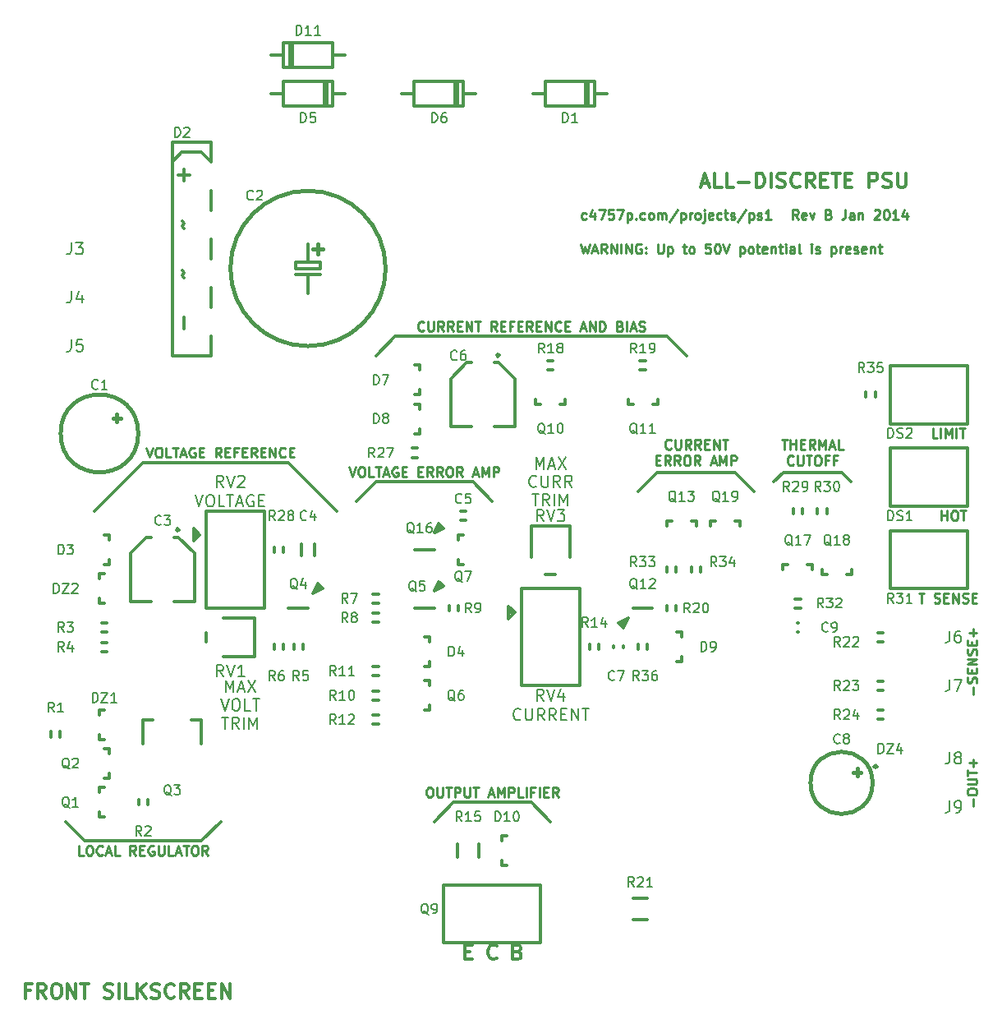
<source format=gto>
%FSLAX34Y34*%
G04 Gerber Fmt 3.4, Leading zero omitted, Abs format*
G04 (created by PCBNEW (2013-12-31 BZR 4598)-product) date Thu 09 Jan 2014 11:56:03 AM EST*
%MOIN*%
G01*
G70*
G90*
G04 APERTURE LIST*
%ADD10C,0.005906*%
%ADD11C,0.011811*%
%ADD12C,0.009843*%
%ADD13C,0.007874*%
%ADD14C,0.013780*%
%ADD15C,0.015000*%
%ADD16C,0.008000*%
G04 APERTURE END LIST*
G54D10*
G54D11*
X48818Y-42125D02*
X49606Y-42913D01*
X45669Y-42125D02*
X48818Y-42125D01*
X44881Y-42913D02*
X45669Y-42125D01*
G54D12*
X64548Y-33642D02*
X64773Y-33642D01*
X64660Y-34036D02*
X64660Y-33642D01*
X65185Y-34017D02*
X65241Y-34036D01*
X65335Y-34036D01*
X65373Y-34017D01*
X65391Y-33998D01*
X65410Y-33961D01*
X65410Y-33923D01*
X65391Y-33886D01*
X65373Y-33867D01*
X65335Y-33848D01*
X65260Y-33830D01*
X65223Y-33811D01*
X65204Y-33792D01*
X65185Y-33755D01*
X65185Y-33717D01*
X65204Y-33680D01*
X65223Y-33661D01*
X65260Y-33642D01*
X65354Y-33642D01*
X65410Y-33661D01*
X65579Y-33830D02*
X65710Y-33830D01*
X65766Y-34036D02*
X65579Y-34036D01*
X65579Y-33642D01*
X65766Y-33642D01*
X65935Y-34036D02*
X65935Y-33642D01*
X66160Y-34036D01*
X66160Y-33642D01*
X66329Y-34017D02*
X66385Y-34036D01*
X66479Y-34036D01*
X66516Y-34017D01*
X66535Y-33998D01*
X66554Y-33961D01*
X66554Y-33923D01*
X66535Y-33886D01*
X66516Y-33867D01*
X66479Y-33848D01*
X66404Y-33830D01*
X66366Y-33811D01*
X66347Y-33792D01*
X66329Y-33755D01*
X66329Y-33717D01*
X66347Y-33680D01*
X66366Y-33661D01*
X66404Y-33642D01*
X66497Y-33642D01*
X66554Y-33661D01*
X66722Y-33830D02*
X66854Y-33830D01*
X66910Y-34036D02*
X66722Y-34036D01*
X66722Y-33642D01*
X66910Y-33642D01*
X44460Y-22975D02*
X44441Y-22994D01*
X44385Y-23012D01*
X44347Y-23012D01*
X44291Y-22994D01*
X44253Y-22956D01*
X44235Y-22919D01*
X44216Y-22844D01*
X44216Y-22787D01*
X44235Y-22712D01*
X44253Y-22675D01*
X44291Y-22637D01*
X44347Y-22619D01*
X44385Y-22619D01*
X44441Y-22637D01*
X44460Y-22656D01*
X44628Y-22619D02*
X44628Y-22937D01*
X44647Y-22975D01*
X44666Y-22994D01*
X44703Y-23012D01*
X44778Y-23012D01*
X44816Y-22994D01*
X44835Y-22975D01*
X44853Y-22937D01*
X44853Y-22619D01*
X45266Y-23012D02*
X45134Y-22825D01*
X45041Y-23012D02*
X45041Y-22619D01*
X45191Y-22619D01*
X45228Y-22637D01*
X45247Y-22656D01*
X45266Y-22694D01*
X45266Y-22750D01*
X45247Y-22787D01*
X45228Y-22806D01*
X45191Y-22825D01*
X45041Y-22825D01*
X45659Y-23012D02*
X45528Y-22825D01*
X45434Y-23012D02*
X45434Y-22619D01*
X45584Y-22619D01*
X45622Y-22637D01*
X45641Y-22656D01*
X45659Y-22694D01*
X45659Y-22750D01*
X45641Y-22787D01*
X45622Y-22806D01*
X45584Y-22825D01*
X45434Y-22825D01*
X45828Y-22806D02*
X45959Y-22806D01*
X46016Y-23012D02*
X45828Y-23012D01*
X45828Y-22619D01*
X46016Y-22619D01*
X46184Y-23012D02*
X46184Y-22619D01*
X46409Y-23012D01*
X46409Y-22619D01*
X46541Y-22619D02*
X46766Y-22619D01*
X46653Y-23012D02*
X46653Y-22619D01*
X47422Y-23012D02*
X47290Y-22825D01*
X47197Y-23012D02*
X47197Y-22619D01*
X47347Y-22619D01*
X47384Y-22637D01*
X47403Y-22656D01*
X47422Y-22694D01*
X47422Y-22750D01*
X47403Y-22787D01*
X47384Y-22806D01*
X47347Y-22825D01*
X47197Y-22825D01*
X47590Y-22806D02*
X47722Y-22806D01*
X47778Y-23012D02*
X47590Y-23012D01*
X47590Y-22619D01*
X47778Y-22619D01*
X48078Y-22806D02*
X47947Y-22806D01*
X47947Y-23012D02*
X47947Y-22619D01*
X48134Y-22619D01*
X48284Y-22806D02*
X48415Y-22806D01*
X48472Y-23012D02*
X48284Y-23012D01*
X48284Y-22619D01*
X48472Y-22619D01*
X48865Y-23012D02*
X48734Y-22825D01*
X48640Y-23012D02*
X48640Y-22619D01*
X48790Y-22619D01*
X48828Y-22637D01*
X48847Y-22656D01*
X48865Y-22694D01*
X48865Y-22750D01*
X48847Y-22787D01*
X48828Y-22806D01*
X48790Y-22825D01*
X48640Y-22825D01*
X49034Y-22806D02*
X49165Y-22806D01*
X49221Y-23012D02*
X49034Y-23012D01*
X49034Y-22619D01*
X49221Y-22619D01*
X49390Y-23012D02*
X49390Y-22619D01*
X49615Y-23012D01*
X49615Y-22619D01*
X50028Y-22975D02*
X50009Y-22994D01*
X49953Y-23012D01*
X49915Y-23012D01*
X49859Y-22994D01*
X49821Y-22956D01*
X49803Y-22919D01*
X49784Y-22844D01*
X49784Y-22787D01*
X49803Y-22712D01*
X49821Y-22675D01*
X49859Y-22637D01*
X49915Y-22619D01*
X49953Y-22619D01*
X50009Y-22637D01*
X50028Y-22656D01*
X50196Y-22806D02*
X50328Y-22806D01*
X50384Y-23012D02*
X50196Y-23012D01*
X50196Y-22619D01*
X50384Y-22619D01*
X50834Y-22900D02*
X51021Y-22900D01*
X50796Y-23012D02*
X50928Y-22619D01*
X51059Y-23012D01*
X51190Y-23012D02*
X51190Y-22619D01*
X51415Y-23012D01*
X51415Y-22619D01*
X51602Y-23012D02*
X51602Y-22619D01*
X51696Y-22619D01*
X51752Y-22637D01*
X51790Y-22675D01*
X51809Y-22712D01*
X51827Y-22787D01*
X51827Y-22844D01*
X51809Y-22919D01*
X51790Y-22956D01*
X51752Y-22994D01*
X51696Y-23012D01*
X51602Y-23012D01*
X52427Y-22806D02*
X52484Y-22825D01*
X52502Y-22844D01*
X52521Y-22881D01*
X52521Y-22937D01*
X52502Y-22975D01*
X52484Y-22994D01*
X52446Y-23012D01*
X52296Y-23012D01*
X52296Y-22619D01*
X52427Y-22619D01*
X52465Y-22637D01*
X52484Y-22656D01*
X52502Y-22694D01*
X52502Y-22731D01*
X52484Y-22769D01*
X52465Y-22787D01*
X52427Y-22806D01*
X52296Y-22806D01*
X52690Y-23012D02*
X52690Y-22619D01*
X52859Y-22900D02*
X53046Y-22900D01*
X52821Y-23012D02*
X52952Y-22619D01*
X53083Y-23012D01*
X53196Y-22994D02*
X53252Y-23012D01*
X53346Y-23012D01*
X53383Y-22994D01*
X53402Y-22975D01*
X53421Y-22937D01*
X53421Y-22900D01*
X53402Y-22862D01*
X53383Y-22844D01*
X53346Y-22825D01*
X53271Y-22806D01*
X53233Y-22787D01*
X53215Y-22769D01*
X53196Y-22731D01*
X53196Y-22694D01*
X53215Y-22656D01*
X53233Y-22637D01*
X53271Y-22619D01*
X53365Y-22619D01*
X53421Y-22637D01*
G54D11*
X59055Y-28740D02*
X61417Y-28740D01*
G54D12*
X58989Y-27412D02*
X59214Y-27412D01*
X59101Y-27806D02*
X59101Y-27412D01*
X59345Y-27806D02*
X59345Y-27412D01*
X59345Y-27599D02*
X59570Y-27599D01*
X59570Y-27806D02*
X59570Y-27412D01*
X59758Y-27599D02*
X59889Y-27599D01*
X59945Y-27806D02*
X59758Y-27806D01*
X59758Y-27412D01*
X59945Y-27412D01*
X60339Y-27806D02*
X60208Y-27618D01*
X60114Y-27806D02*
X60114Y-27412D01*
X60264Y-27412D01*
X60301Y-27431D01*
X60320Y-27449D01*
X60339Y-27487D01*
X60339Y-27543D01*
X60320Y-27581D01*
X60301Y-27599D01*
X60264Y-27618D01*
X60114Y-27618D01*
X60508Y-27806D02*
X60508Y-27412D01*
X60639Y-27693D01*
X60770Y-27412D01*
X60770Y-27806D01*
X60939Y-27693D02*
X61126Y-27693D01*
X60901Y-27806D02*
X61032Y-27412D01*
X61164Y-27806D01*
X61482Y-27806D02*
X61295Y-27806D01*
X61295Y-27412D01*
X59458Y-28418D02*
X59439Y-28436D01*
X59383Y-28455D01*
X59345Y-28455D01*
X59289Y-28436D01*
X59251Y-28399D01*
X59233Y-28361D01*
X59214Y-28286D01*
X59214Y-28230D01*
X59233Y-28155D01*
X59251Y-28118D01*
X59289Y-28080D01*
X59345Y-28061D01*
X59383Y-28061D01*
X59439Y-28080D01*
X59458Y-28099D01*
X59626Y-28061D02*
X59626Y-28380D01*
X59645Y-28418D01*
X59664Y-28436D01*
X59701Y-28455D01*
X59776Y-28455D01*
X59814Y-28436D01*
X59833Y-28418D01*
X59851Y-28380D01*
X59851Y-28061D01*
X59983Y-28061D02*
X60208Y-28061D01*
X60095Y-28455D02*
X60095Y-28061D01*
X60414Y-28061D02*
X60489Y-28061D01*
X60526Y-28080D01*
X60564Y-28118D01*
X60583Y-28193D01*
X60583Y-28324D01*
X60564Y-28399D01*
X60526Y-28436D01*
X60489Y-28455D01*
X60414Y-28455D01*
X60376Y-28436D01*
X60339Y-28399D01*
X60320Y-28324D01*
X60320Y-28193D01*
X60339Y-28118D01*
X60376Y-28080D01*
X60414Y-28061D01*
X60883Y-28249D02*
X60751Y-28249D01*
X60751Y-28455D02*
X60751Y-28061D01*
X60939Y-28061D01*
X61220Y-28249D02*
X61089Y-28249D01*
X61089Y-28455D02*
X61089Y-28061D01*
X61276Y-28061D01*
X54499Y-27768D02*
X54480Y-27787D01*
X54424Y-27806D01*
X54386Y-27806D01*
X54330Y-27787D01*
X54293Y-27749D01*
X54274Y-27712D01*
X54255Y-27637D01*
X54255Y-27581D01*
X54274Y-27506D01*
X54293Y-27468D01*
X54330Y-27431D01*
X54386Y-27412D01*
X54424Y-27412D01*
X54480Y-27431D01*
X54499Y-27449D01*
X54668Y-27412D02*
X54668Y-27731D01*
X54686Y-27768D01*
X54705Y-27787D01*
X54743Y-27806D01*
X54818Y-27806D01*
X54855Y-27787D01*
X54874Y-27768D01*
X54893Y-27731D01*
X54893Y-27412D01*
X55305Y-27806D02*
X55174Y-27618D01*
X55080Y-27806D02*
X55080Y-27412D01*
X55230Y-27412D01*
X55268Y-27431D01*
X55286Y-27449D01*
X55305Y-27487D01*
X55305Y-27543D01*
X55286Y-27581D01*
X55268Y-27599D01*
X55230Y-27618D01*
X55080Y-27618D01*
X55699Y-27806D02*
X55568Y-27618D01*
X55474Y-27806D02*
X55474Y-27412D01*
X55624Y-27412D01*
X55661Y-27431D01*
X55680Y-27449D01*
X55699Y-27487D01*
X55699Y-27543D01*
X55680Y-27581D01*
X55661Y-27599D01*
X55624Y-27618D01*
X55474Y-27618D01*
X55868Y-27599D02*
X55999Y-27599D01*
X56055Y-27806D02*
X55868Y-27806D01*
X55868Y-27412D01*
X56055Y-27412D01*
X56224Y-27806D02*
X56224Y-27412D01*
X56449Y-27806D01*
X56449Y-27412D01*
X56580Y-27412D02*
X56805Y-27412D01*
X56692Y-27806D02*
X56692Y-27412D01*
X53890Y-28249D02*
X54021Y-28249D01*
X54077Y-28455D02*
X53890Y-28455D01*
X53890Y-28061D01*
X54077Y-28061D01*
X54471Y-28455D02*
X54340Y-28268D01*
X54246Y-28455D02*
X54246Y-28061D01*
X54396Y-28061D01*
X54433Y-28080D01*
X54452Y-28099D01*
X54471Y-28136D01*
X54471Y-28193D01*
X54452Y-28230D01*
X54433Y-28249D01*
X54396Y-28268D01*
X54246Y-28268D01*
X54865Y-28455D02*
X54733Y-28268D01*
X54640Y-28455D02*
X54640Y-28061D01*
X54790Y-28061D01*
X54827Y-28080D01*
X54846Y-28099D01*
X54865Y-28136D01*
X54865Y-28193D01*
X54846Y-28230D01*
X54827Y-28249D01*
X54790Y-28268D01*
X54640Y-28268D01*
X55108Y-28061D02*
X55183Y-28061D01*
X55221Y-28080D01*
X55258Y-28118D01*
X55277Y-28193D01*
X55277Y-28324D01*
X55258Y-28399D01*
X55221Y-28436D01*
X55183Y-28455D01*
X55108Y-28455D01*
X55071Y-28436D01*
X55033Y-28399D01*
X55014Y-28324D01*
X55014Y-28193D01*
X55033Y-28118D01*
X55071Y-28080D01*
X55108Y-28061D01*
X55671Y-28455D02*
X55539Y-28268D01*
X55446Y-28455D02*
X55446Y-28061D01*
X55596Y-28061D01*
X55633Y-28080D01*
X55652Y-28099D01*
X55671Y-28136D01*
X55671Y-28193D01*
X55652Y-28230D01*
X55633Y-28249D01*
X55596Y-28268D01*
X55446Y-28268D01*
X56121Y-28343D02*
X56308Y-28343D01*
X56083Y-28455D02*
X56214Y-28061D01*
X56346Y-28455D01*
X56477Y-28455D02*
X56477Y-28061D01*
X56608Y-28343D01*
X56739Y-28061D01*
X56739Y-28455D01*
X56927Y-28455D02*
X56927Y-28061D01*
X57077Y-28061D01*
X57114Y-28080D01*
X57133Y-28099D01*
X57152Y-28136D01*
X57152Y-28193D01*
X57133Y-28230D01*
X57114Y-28249D01*
X57077Y-28268D01*
X56927Y-28268D01*
X41432Y-28524D02*
X41563Y-28918D01*
X41694Y-28524D01*
X41901Y-28524D02*
X41976Y-28524D01*
X42013Y-28543D01*
X42050Y-28580D01*
X42069Y-28655D01*
X42069Y-28787D01*
X42050Y-28862D01*
X42013Y-28899D01*
X41976Y-28918D01*
X41901Y-28918D01*
X41863Y-28899D01*
X41826Y-28862D01*
X41807Y-28787D01*
X41807Y-28655D01*
X41826Y-28580D01*
X41863Y-28543D01*
X41901Y-28524D01*
X42425Y-28918D02*
X42238Y-28918D01*
X42238Y-28524D01*
X42500Y-28524D02*
X42725Y-28524D01*
X42613Y-28918D02*
X42613Y-28524D01*
X42838Y-28805D02*
X43025Y-28805D01*
X42800Y-28918D02*
X42932Y-28524D01*
X43063Y-28918D01*
X43400Y-28543D02*
X43363Y-28524D01*
X43307Y-28524D01*
X43250Y-28543D01*
X43213Y-28580D01*
X43194Y-28618D01*
X43175Y-28693D01*
X43175Y-28749D01*
X43194Y-28824D01*
X43213Y-28862D01*
X43250Y-28899D01*
X43307Y-28918D01*
X43344Y-28918D01*
X43400Y-28899D01*
X43419Y-28880D01*
X43419Y-28749D01*
X43344Y-28749D01*
X43588Y-28712D02*
X43719Y-28712D01*
X43775Y-28918D02*
X43588Y-28918D01*
X43588Y-28524D01*
X43775Y-28524D01*
X44244Y-28712D02*
X44375Y-28712D01*
X44431Y-28918D02*
X44244Y-28918D01*
X44244Y-28524D01*
X44431Y-28524D01*
X44825Y-28918D02*
X44694Y-28730D01*
X44600Y-28918D02*
X44600Y-28524D01*
X44750Y-28524D01*
X44788Y-28543D01*
X44806Y-28562D01*
X44825Y-28599D01*
X44825Y-28655D01*
X44806Y-28693D01*
X44788Y-28712D01*
X44750Y-28730D01*
X44600Y-28730D01*
X45219Y-28918D02*
X45088Y-28730D01*
X44994Y-28918D02*
X44994Y-28524D01*
X45144Y-28524D01*
X45181Y-28543D01*
X45200Y-28562D01*
X45219Y-28599D01*
X45219Y-28655D01*
X45200Y-28693D01*
X45181Y-28712D01*
X45144Y-28730D01*
X44994Y-28730D01*
X45463Y-28524D02*
X45538Y-28524D01*
X45575Y-28543D01*
X45613Y-28580D01*
X45631Y-28655D01*
X45631Y-28787D01*
X45613Y-28862D01*
X45575Y-28899D01*
X45538Y-28918D01*
X45463Y-28918D01*
X45425Y-28899D01*
X45388Y-28862D01*
X45369Y-28787D01*
X45369Y-28655D01*
X45388Y-28580D01*
X45425Y-28543D01*
X45463Y-28524D01*
X46025Y-28918D02*
X45894Y-28730D01*
X45800Y-28918D02*
X45800Y-28524D01*
X45950Y-28524D01*
X45988Y-28543D01*
X46006Y-28562D01*
X46025Y-28599D01*
X46025Y-28655D01*
X46006Y-28693D01*
X45988Y-28712D01*
X45950Y-28730D01*
X45800Y-28730D01*
X46475Y-28805D02*
X46662Y-28805D01*
X46437Y-28918D02*
X46569Y-28524D01*
X46700Y-28918D01*
X46831Y-28918D02*
X46831Y-28524D01*
X46962Y-28805D01*
X47094Y-28524D01*
X47094Y-28918D01*
X47281Y-28918D02*
X47281Y-28524D01*
X47431Y-28524D01*
X47469Y-28543D01*
X47487Y-28562D01*
X47506Y-28599D01*
X47506Y-28655D01*
X47487Y-28693D01*
X47469Y-28712D01*
X47431Y-28730D01*
X47281Y-28730D01*
X33202Y-27737D02*
X33333Y-28130D01*
X33464Y-27737D01*
X33670Y-27737D02*
X33745Y-27737D01*
X33783Y-27755D01*
X33820Y-27793D01*
X33839Y-27868D01*
X33839Y-27999D01*
X33820Y-28074D01*
X33783Y-28112D01*
X33745Y-28130D01*
X33670Y-28130D01*
X33633Y-28112D01*
X33595Y-28074D01*
X33577Y-27999D01*
X33577Y-27868D01*
X33595Y-27793D01*
X33633Y-27755D01*
X33670Y-27737D01*
X34195Y-28130D02*
X34008Y-28130D01*
X34008Y-27737D01*
X34270Y-27737D02*
X34495Y-27737D01*
X34383Y-28130D02*
X34383Y-27737D01*
X34608Y-28018D02*
X34795Y-28018D01*
X34570Y-28130D02*
X34701Y-27737D01*
X34833Y-28130D01*
X35170Y-27755D02*
X35133Y-27737D01*
X35076Y-27737D01*
X35020Y-27755D01*
X34983Y-27793D01*
X34964Y-27830D01*
X34945Y-27905D01*
X34945Y-27962D01*
X34964Y-28037D01*
X34983Y-28074D01*
X35020Y-28112D01*
X35076Y-28130D01*
X35114Y-28130D01*
X35170Y-28112D01*
X35189Y-28093D01*
X35189Y-27962D01*
X35114Y-27962D01*
X35358Y-27924D02*
X35489Y-27924D01*
X35545Y-28130D02*
X35358Y-28130D01*
X35358Y-27737D01*
X35545Y-27737D01*
X36239Y-28130D02*
X36107Y-27943D01*
X36014Y-28130D02*
X36014Y-27737D01*
X36164Y-27737D01*
X36201Y-27755D01*
X36220Y-27774D01*
X36239Y-27812D01*
X36239Y-27868D01*
X36220Y-27905D01*
X36201Y-27924D01*
X36164Y-27943D01*
X36014Y-27943D01*
X36407Y-27924D02*
X36539Y-27924D01*
X36595Y-28130D02*
X36407Y-28130D01*
X36407Y-27737D01*
X36595Y-27737D01*
X36895Y-27924D02*
X36764Y-27924D01*
X36764Y-28130D02*
X36764Y-27737D01*
X36951Y-27737D01*
X37101Y-27924D02*
X37232Y-27924D01*
X37289Y-28130D02*
X37101Y-28130D01*
X37101Y-27737D01*
X37289Y-27737D01*
X37682Y-28130D02*
X37551Y-27943D01*
X37457Y-28130D02*
X37457Y-27737D01*
X37607Y-27737D01*
X37645Y-27755D01*
X37664Y-27774D01*
X37682Y-27812D01*
X37682Y-27868D01*
X37664Y-27905D01*
X37645Y-27924D01*
X37607Y-27943D01*
X37457Y-27943D01*
X37851Y-27924D02*
X37982Y-27924D01*
X38038Y-28130D02*
X37851Y-28130D01*
X37851Y-27737D01*
X38038Y-27737D01*
X38207Y-28130D02*
X38207Y-27737D01*
X38432Y-28130D01*
X38432Y-27737D01*
X38845Y-28093D02*
X38826Y-28112D01*
X38770Y-28130D01*
X38732Y-28130D01*
X38676Y-28112D01*
X38638Y-28074D01*
X38620Y-28037D01*
X38601Y-27962D01*
X38601Y-27905D01*
X38620Y-27830D01*
X38638Y-27793D01*
X38676Y-27755D01*
X38732Y-27737D01*
X38770Y-27737D01*
X38826Y-27755D01*
X38845Y-27774D01*
X39013Y-27924D02*
X39145Y-27924D01*
X39201Y-28130D02*
X39013Y-28130D01*
X39013Y-27737D01*
X39201Y-27737D01*
X44666Y-41516D02*
X44741Y-41516D01*
X44778Y-41535D01*
X44816Y-41572D01*
X44835Y-41647D01*
X44835Y-41779D01*
X44816Y-41854D01*
X44778Y-41891D01*
X44741Y-41910D01*
X44666Y-41910D01*
X44628Y-41891D01*
X44591Y-41854D01*
X44572Y-41779D01*
X44572Y-41647D01*
X44591Y-41572D01*
X44628Y-41535D01*
X44666Y-41516D01*
X45003Y-41516D02*
X45003Y-41835D01*
X45022Y-41872D01*
X45041Y-41891D01*
X45078Y-41910D01*
X45153Y-41910D01*
X45191Y-41891D01*
X45209Y-41872D01*
X45228Y-41835D01*
X45228Y-41516D01*
X45359Y-41516D02*
X45584Y-41516D01*
X45472Y-41910D02*
X45472Y-41516D01*
X45716Y-41910D02*
X45716Y-41516D01*
X45866Y-41516D01*
X45903Y-41535D01*
X45922Y-41554D01*
X45941Y-41591D01*
X45941Y-41647D01*
X45922Y-41685D01*
X45903Y-41704D01*
X45866Y-41722D01*
X45716Y-41722D01*
X46109Y-41516D02*
X46109Y-41835D01*
X46128Y-41872D01*
X46147Y-41891D01*
X46184Y-41910D01*
X46259Y-41910D01*
X46297Y-41891D01*
X46316Y-41872D01*
X46334Y-41835D01*
X46334Y-41516D01*
X46466Y-41516D02*
X46691Y-41516D01*
X46578Y-41910D02*
X46578Y-41516D01*
X47103Y-41797D02*
X47290Y-41797D01*
X47065Y-41910D02*
X47197Y-41516D01*
X47328Y-41910D01*
X47459Y-41910D02*
X47459Y-41516D01*
X47590Y-41797D01*
X47722Y-41516D01*
X47722Y-41910D01*
X47909Y-41910D02*
X47909Y-41516D01*
X48059Y-41516D01*
X48097Y-41535D01*
X48115Y-41554D01*
X48134Y-41591D01*
X48134Y-41647D01*
X48115Y-41685D01*
X48097Y-41704D01*
X48059Y-41722D01*
X47909Y-41722D01*
X48490Y-41910D02*
X48303Y-41910D01*
X48303Y-41516D01*
X48622Y-41910D02*
X48622Y-41516D01*
X48940Y-41704D02*
X48809Y-41704D01*
X48809Y-41910D02*
X48809Y-41516D01*
X48997Y-41516D01*
X49146Y-41910D02*
X49146Y-41516D01*
X49334Y-41704D02*
X49465Y-41704D01*
X49521Y-41910D02*
X49334Y-41910D01*
X49334Y-41516D01*
X49521Y-41516D01*
X49915Y-41910D02*
X49784Y-41722D01*
X49690Y-41910D02*
X49690Y-41516D01*
X49840Y-41516D01*
X49878Y-41535D01*
X49896Y-41554D01*
X49915Y-41591D01*
X49915Y-41647D01*
X49896Y-41685D01*
X49878Y-41704D01*
X49840Y-41722D01*
X49690Y-41722D01*
X30652Y-44272D02*
X30464Y-44272D01*
X30464Y-43878D01*
X30858Y-43878D02*
X30933Y-43878D01*
X30971Y-43897D01*
X31008Y-43935D01*
X31027Y-44010D01*
X31027Y-44141D01*
X31008Y-44216D01*
X30971Y-44253D01*
X30933Y-44272D01*
X30858Y-44272D01*
X30821Y-44253D01*
X30783Y-44216D01*
X30764Y-44141D01*
X30764Y-44010D01*
X30783Y-43935D01*
X30821Y-43897D01*
X30858Y-43878D01*
X31421Y-44235D02*
X31402Y-44253D01*
X31346Y-44272D01*
X31308Y-44272D01*
X31252Y-44253D01*
X31214Y-44216D01*
X31196Y-44178D01*
X31177Y-44103D01*
X31177Y-44047D01*
X31196Y-43972D01*
X31214Y-43935D01*
X31252Y-43897D01*
X31308Y-43878D01*
X31346Y-43878D01*
X31402Y-43897D01*
X31421Y-43916D01*
X31571Y-44160D02*
X31758Y-44160D01*
X31533Y-44272D02*
X31664Y-43878D01*
X31796Y-44272D01*
X32114Y-44272D02*
X31927Y-44272D01*
X31927Y-43878D01*
X32770Y-44272D02*
X32639Y-44085D01*
X32545Y-44272D02*
X32545Y-43878D01*
X32695Y-43878D01*
X32733Y-43897D01*
X32752Y-43916D01*
X32770Y-43953D01*
X32770Y-44010D01*
X32752Y-44047D01*
X32733Y-44066D01*
X32695Y-44085D01*
X32545Y-44085D01*
X32939Y-44066D02*
X33070Y-44066D01*
X33127Y-44272D02*
X32939Y-44272D01*
X32939Y-43878D01*
X33127Y-43878D01*
X33502Y-43897D02*
X33464Y-43878D01*
X33408Y-43878D01*
X33352Y-43897D01*
X33314Y-43935D01*
X33295Y-43972D01*
X33277Y-44047D01*
X33277Y-44103D01*
X33295Y-44178D01*
X33314Y-44216D01*
X33352Y-44253D01*
X33408Y-44272D01*
X33445Y-44272D01*
X33502Y-44253D01*
X33520Y-44235D01*
X33520Y-44103D01*
X33445Y-44103D01*
X33689Y-43878D02*
X33689Y-44197D01*
X33708Y-44235D01*
X33727Y-44253D01*
X33764Y-44272D01*
X33839Y-44272D01*
X33877Y-44253D01*
X33895Y-44235D01*
X33914Y-44197D01*
X33914Y-43878D01*
X34289Y-44272D02*
X34101Y-44272D01*
X34101Y-43878D01*
X34401Y-44160D02*
X34589Y-44160D01*
X34364Y-44272D02*
X34495Y-43878D01*
X34626Y-44272D01*
X34701Y-43878D02*
X34926Y-43878D01*
X34814Y-44272D02*
X34814Y-43878D01*
X35133Y-43878D02*
X35208Y-43878D01*
X35245Y-43897D01*
X35283Y-43935D01*
X35301Y-44010D01*
X35301Y-44141D01*
X35283Y-44216D01*
X35245Y-44253D01*
X35208Y-44272D01*
X35133Y-44272D01*
X35095Y-44253D01*
X35058Y-44216D01*
X35039Y-44141D01*
X35039Y-44010D01*
X35058Y-43935D01*
X35095Y-43897D01*
X35133Y-43878D01*
X35695Y-44272D02*
X35564Y-44085D01*
X35470Y-44272D02*
X35470Y-43878D01*
X35620Y-43878D01*
X35658Y-43897D01*
X35676Y-43916D01*
X35695Y-43953D01*
X35695Y-44010D01*
X35676Y-44047D01*
X35658Y-44066D01*
X35620Y-44085D01*
X35470Y-44085D01*
G54D11*
X54330Y-23228D02*
X55118Y-24015D01*
X53543Y-23228D02*
X54330Y-23228D01*
X43307Y-23228D02*
X53543Y-23228D01*
X42519Y-24015D02*
X43307Y-23228D01*
X61417Y-28740D02*
X61811Y-29133D01*
X58661Y-29133D02*
X59055Y-28740D01*
X57086Y-28740D02*
X57874Y-29527D01*
X53937Y-28740D02*
X57086Y-28740D01*
X53149Y-29527D02*
X53937Y-28740D01*
X46456Y-29133D02*
X47244Y-29921D01*
X42519Y-29133D02*
X46456Y-29133D01*
X41732Y-29921D02*
X42519Y-29133D01*
X38976Y-28346D02*
X40944Y-30314D01*
X38188Y-28346D02*
X38976Y-28346D01*
X33070Y-28346D02*
X38188Y-28346D01*
X33070Y-28346D02*
X31102Y-30314D01*
X35433Y-43700D02*
X36220Y-42913D01*
X30708Y-43700D02*
X35433Y-43700D01*
X29921Y-42913D02*
X30708Y-43700D01*
G54D12*
X66760Y-42294D02*
X66760Y-41994D01*
X66516Y-41732D02*
X66516Y-41657D01*
X66535Y-41619D01*
X66572Y-41582D01*
X66647Y-41563D01*
X66779Y-41563D01*
X66854Y-41582D01*
X66891Y-41619D01*
X66910Y-41657D01*
X66910Y-41732D01*
X66891Y-41769D01*
X66854Y-41807D01*
X66779Y-41826D01*
X66647Y-41826D01*
X66572Y-41807D01*
X66535Y-41769D01*
X66516Y-41732D01*
X66516Y-41394D02*
X66835Y-41394D01*
X66872Y-41376D01*
X66891Y-41357D01*
X66910Y-41319D01*
X66910Y-41244D01*
X66891Y-41207D01*
X66872Y-41188D01*
X66835Y-41169D01*
X66516Y-41169D01*
X66516Y-41038D02*
X66516Y-40813D01*
X66910Y-40926D02*
X66516Y-40926D01*
X66760Y-40682D02*
X66760Y-40382D01*
X66910Y-40532D02*
X66610Y-40532D01*
X66760Y-37748D02*
X66760Y-37448D01*
X66891Y-37279D02*
X66910Y-37223D01*
X66910Y-37129D01*
X66891Y-37092D01*
X66872Y-37073D01*
X66835Y-37054D01*
X66797Y-37054D01*
X66760Y-37073D01*
X66741Y-37092D01*
X66722Y-37129D01*
X66704Y-37204D01*
X66685Y-37242D01*
X66666Y-37260D01*
X66629Y-37279D01*
X66591Y-37279D01*
X66554Y-37260D01*
X66535Y-37242D01*
X66516Y-37204D01*
X66516Y-37110D01*
X66535Y-37054D01*
X66704Y-36886D02*
X66704Y-36754D01*
X66910Y-36698D02*
X66910Y-36886D01*
X66516Y-36886D01*
X66516Y-36698D01*
X66910Y-36529D02*
X66516Y-36529D01*
X66910Y-36304D01*
X66516Y-36304D01*
X66891Y-36136D02*
X66910Y-36079D01*
X66910Y-35986D01*
X66891Y-35948D01*
X66872Y-35929D01*
X66835Y-35911D01*
X66797Y-35911D01*
X66760Y-35929D01*
X66741Y-35948D01*
X66722Y-35986D01*
X66704Y-36061D01*
X66685Y-36098D01*
X66666Y-36117D01*
X66629Y-36136D01*
X66591Y-36136D01*
X66554Y-36117D01*
X66535Y-36098D01*
X66516Y-36061D01*
X66516Y-35967D01*
X66535Y-35911D01*
X66704Y-35742D02*
X66704Y-35611D01*
X66910Y-35554D02*
X66910Y-35742D01*
X66516Y-35742D01*
X66516Y-35554D01*
X66760Y-35386D02*
X66760Y-35086D01*
X66910Y-35236D02*
X66610Y-35236D01*
G54D11*
X52755Y-34645D02*
X52460Y-34940D01*
X52362Y-34842D02*
X52755Y-34645D01*
X52559Y-35039D02*
X52362Y-34842D01*
X52755Y-34645D02*
X52559Y-35039D01*
X44881Y-33562D02*
X45078Y-33169D01*
X45078Y-33169D02*
X45275Y-33366D01*
X45275Y-33366D02*
X44881Y-33562D01*
X44881Y-33562D02*
X45177Y-33267D01*
X44881Y-31200D02*
X45177Y-30905D01*
X45275Y-31003D02*
X44881Y-31200D01*
X45078Y-30807D02*
X45275Y-31003D01*
X44881Y-31200D02*
X45078Y-30807D01*
X39960Y-33661D02*
X40255Y-33366D01*
X40354Y-33464D02*
X39960Y-33661D01*
X40157Y-33267D02*
X40354Y-33464D01*
X39960Y-33661D02*
X40157Y-33267D01*
G54D12*
X65476Y-30689D02*
X65476Y-30296D01*
X65476Y-30483D02*
X65701Y-30483D01*
X65701Y-30689D02*
X65701Y-30296D01*
X65963Y-30296D02*
X66038Y-30296D01*
X66076Y-30314D01*
X66113Y-30352D01*
X66132Y-30427D01*
X66132Y-30558D01*
X66113Y-30633D01*
X66076Y-30671D01*
X66038Y-30689D01*
X65963Y-30689D01*
X65926Y-30671D01*
X65888Y-30633D01*
X65869Y-30558D01*
X65869Y-30427D01*
X65888Y-30352D01*
X65926Y-30314D01*
X65963Y-30296D01*
X66244Y-30296D02*
X66469Y-30296D01*
X66357Y-30689D02*
X66357Y-30296D01*
X65307Y-27343D02*
X65119Y-27343D01*
X65119Y-26949D01*
X65438Y-27343D02*
X65438Y-26949D01*
X65626Y-27343D02*
X65626Y-26949D01*
X65757Y-27230D01*
X65888Y-26949D01*
X65888Y-27343D01*
X66076Y-27343D02*
X66076Y-26949D01*
X66207Y-26949D02*
X66432Y-26949D01*
X66319Y-27343D02*
X66319Y-26949D01*
G54D11*
X28487Y-49760D02*
X28290Y-49760D01*
X28290Y-50070D02*
X28290Y-49479D01*
X28571Y-49479D01*
X29133Y-50070D02*
X28937Y-49789D01*
X28796Y-50070D02*
X28796Y-49479D01*
X29021Y-49479D01*
X29077Y-49507D01*
X29105Y-49535D01*
X29133Y-49592D01*
X29133Y-49676D01*
X29105Y-49732D01*
X29077Y-49760D01*
X29021Y-49789D01*
X28796Y-49789D01*
X29499Y-49479D02*
X29611Y-49479D01*
X29668Y-49507D01*
X29724Y-49564D01*
X29752Y-49676D01*
X29752Y-49873D01*
X29724Y-49985D01*
X29668Y-50042D01*
X29611Y-50070D01*
X29499Y-50070D01*
X29443Y-50042D01*
X29386Y-49985D01*
X29358Y-49873D01*
X29358Y-49676D01*
X29386Y-49564D01*
X29443Y-49507D01*
X29499Y-49479D01*
X30005Y-50070D02*
X30005Y-49479D01*
X30343Y-50070D01*
X30343Y-49479D01*
X30539Y-49479D02*
X30877Y-49479D01*
X30708Y-50070D02*
X30708Y-49479D01*
X31496Y-50042D02*
X31580Y-50070D01*
X31721Y-50070D01*
X31777Y-50042D01*
X31805Y-50014D01*
X31833Y-49957D01*
X31833Y-49901D01*
X31805Y-49845D01*
X31777Y-49817D01*
X31721Y-49789D01*
X31608Y-49760D01*
X31552Y-49732D01*
X31524Y-49704D01*
X31496Y-49648D01*
X31496Y-49592D01*
X31524Y-49535D01*
X31552Y-49507D01*
X31608Y-49479D01*
X31749Y-49479D01*
X31833Y-49507D01*
X32086Y-50070D02*
X32086Y-49479D01*
X32649Y-50070D02*
X32367Y-50070D01*
X32367Y-49479D01*
X32845Y-50070D02*
X32845Y-49479D01*
X33183Y-50070D02*
X32930Y-49732D01*
X33183Y-49479D02*
X32845Y-49817D01*
X33408Y-50042D02*
X33492Y-50070D01*
X33633Y-50070D01*
X33689Y-50042D01*
X33717Y-50014D01*
X33745Y-49957D01*
X33745Y-49901D01*
X33717Y-49845D01*
X33689Y-49817D01*
X33633Y-49789D01*
X33520Y-49760D01*
X33464Y-49732D01*
X33436Y-49704D01*
X33408Y-49648D01*
X33408Y-49592D01*
X33436Y-49535D01*
X33464Y-49507D01*
X33520Y-49479D01*
X33661Y-49479D01*
X33745Y-49507D01*
X34336Y-50014D02*
X34308Y-50042D01*
X34223Y-50070D01*
X34167Y-50070D01*
X34083Y-50042D01*
X34026Y-49985D01*
X33998Y-49929D01*
X33970Y-49817D01*
X33970Y-49732D01*
X33998Y-49620D01*
X34026Y-49564D01*
X34083Y-49507D01*
X34167Y-49479D01*
X34223Y-49479D01*
X34308Y-49507D01*
X34336Y-49535D01*
X34926Y-50070D02*
X34730Y-49789D01*
X34589Y-50070D02*
X34589Y-49479D01*
X34814Y-49479D01*
X34870Y-49507D01*
X34898Y-49535D01*
X34926Y-49592D01*
X34926Y-49676D01*
X34898Y-49732D01*
X34870Y-49760D01*
X34814Y-49789D01*
X34589Y-49789D01*
X35179Y-49760D02*
X35376Y-49760D01*
X35461Y-50070D02*
X35179Y-50070D01*
X35179Y-49479D01*
X35461Y-49479D01*
X35714Y-49760D02*
X35911Y-49760D01*
X35995Y-50070D02*
X35714Y-50070D01*
X35714Y-49479D01*
X35995Y-49479D01*
X36248Y-50070D02*
X36248Y-49479D01*
X36586Y-50070D01*
X36586Y-49479D01*
X48270Y-48186D02*
X48354Y-48214D01*
X48383Y-48242D01*
X48411Y-48298D01*
X48411Y-48383D01*
X48383Y-48439D01*
X48354Y-48467D01*
X48298Y-48495D01*
X48073Y-48495D01*
X48073Y-47904D01*
X48270Y-47904D01*
X48326Y-47933D01*
X48354Y-47961D01*
X48383Y-48017D01*
X48383Y-48073D01*
X48354Y-48129D01*
X48326Y-48158D01*
X48270Y-48186D01*
X48073Y-48186D01*
X47426Y-48439D02*
X47398Y-48467D01*
X47314Y-48495D01*
X47258Y-48495D01*
X47173Y-48467D01*
X47117Y-48411D01*
X47089Y-48354D01*
X47061Y-48242D01*
X47061Y-48158D01*
X47089Y-48045D01*
X47117Y-47989D01*
X47173Y-47933D01*
X47258Y-47904D01*
X47314Y-47904D01*
X47398Y-47933D01*
X47426Y-47961D01*
X46133Y-48186D02*
X46330Y-48186D01*
X46414Y-48495D02*
X46133Y-48495D01*
X46133Y-47904D01*
X46414Y-47904D01*
G54D12*
X50843Y-19469D02*
X50937Y-19863D01*
X51012Y-19581D01*
X51087Y-19863D01*
X51181Y-19469D01*
X51312Y-19750D02*
X51499Y-19750D01*
X51274Y-19863D02*
X51406Y-19469D01*
X51537Y-19863D01*
X51893Y-19863D02*
X51762Y-19675D01*
X51668Y-19863D02*
X51668Y-19469D01*
X51818Y-19469D01*
X51856Y-19488D01*
X51874Y-19506D01*
X51893Y-19544D01*
X51893Y-19600D01*
X51874Y-19638D01*
X51856Y-19656D01*
X51818Y-19675D01*
X51668Y-19675D01*
X52062Y-19863D02*
X52062Y-19469D01*
X52287Y-19863D01*
X52287Y-19469D01*
X52474Y-19863D02*
X52474Y-19469D01*
X52662Y-19863D02*
X52662Y-19469D01*
X52887Y-19863D01*
X52887Y-19469D01*
X53280Y-19488D02*
X53243Y-19469D01*
X53187Y-19469D01*
X53130Y-19488D01*
X53093Y-19525D01*
X53074Y-19563D01*
X53055Y-19638D01*
X53055Y-19694D01*
X53074Y-19769D01*
X53093Y-19806D01*
X53130Y-19844D01*
X53187Y-19863D01*
X53224Y-19863D01*
X53280Y-19844D01*
X53299Y-19825D01*
X53299Y-19694D01*
X53224Y-19694D01*
X53468Y-19825D02*
X53487Y-19844D01*
X53468Y-19863D01*
X53449Y-19844D01*
X53468Y-19825D01*
X53468Y-19863D01*
X53468Y-19619D02*
X53487Y-19638D01*
X53468Y-19656D01*
X53449Y-19638D01*
X53468Y-19619D01*
X53468Y-19656D01*
X53955Y-19469D02*
X53955Y-19788D01*
X53974Y-19825D01*
X53993Y-19844D01*
X54030Y-19863D01*
X54105Y-19863D01*
X54143Y-19844D01*
X54161Y-19825D01*
X54180Y-19788D01*
X54180Y-19469D01*
X54368Y-19600D02*
X54368Y-19994D01*
X54368Y-19619D02*
X54405Y-19600D01*
X54480Y-19600D01*
X54518Y-19619D01*
X54536Y-19638D01*
X54555Y-19675D01*
X54555Y-19788D01*
X54536Y-19825D01*
X54518Y-19844D01*
X54480Y-19863D01*
X54405Y-19863D01*
X54368Y-19844D01*
X54968Y-19600D02*
X55118Y-19600D01*
X55024Y-19469D02*
X55024Y-19806D01*
X55043Y-19844D01*
X55080Y-19863D01*
X55118Y-19863D01*
X55305Y-19863D02*
X55268Y-19844D01*
X55249Y-19825D01*
X55230Y-19788D01*
X55230Y-19675D01*
X55249Y-19638D01*
X55268Y-19619D01*
X55305Y-19600D01*
X55361Y-19600D01*
X55399Y-19619D01*
X55418Y-19638D01*
X55436Y-19675D01*
X55436Y-19788D01*
X55418Y-19825D01*
X55399Y-19844D01*
X55361Y-19863D01*
X55305Y-19863D01*
X56092Y-19469D02*
X55905Y-19469D01*
X55886Y-19656D01*
X55905Y-19638D01*
X55943Y-19619D01*
X56036Y-19619D01*
X56074Y-19638D01*
X56092Y-19656D01*
X56111Y-19694D01*
X56111Y-19788D01*
X56092Y-19825D01*
X56074Y-19844D01*
X56036Y-19863D01*
X55943Y-19863D01*
X55905Y-19844D01*
X55886Y-19825D01*
X56355Y-19469D02*
X56392Y-19469D01*
X56430Y-19488D01*
X56449Y-19506D01*
X56467Y-19544D01*
X56486Y-19619D01*
X56486Y-19713D01*
X56467Y-19788D01*
X56449Y-19825D01*
X56430Y-19844D01*
X56392Y-19863D01*
X56355Y-19863D01*
X56317Y-19844D01*
X56299Y-19825D01*
X56280Y-19788D01*
X56261Y-19713D01*
X56261Y-19619D01*
X56280Y-19544D01*
X56299Y-19506D01*
X56317Y-19488D01*
X56355Y-19469D01*
X56599Y-19469D02*
X56730Y-19863D01*
X56861Y-19469D01*
X57292Y-19600D02*
X57292Y-19994D01*
X57292Y-19619D02*
X57330Y-19600D01*
X57405Y-19600D01*
X57442Y-19619D01*
X57461Y-19638D01*
X57480Y-19675D01*
X57480Y-19788D01*
X57461Y-19825D01*
X57442Y-19844D01*
X57405Y-19863D01*
X57330Y-19863D01*
X57292Y-19844D01*
X57705Y-19863D02*
X57667Y-19844D01*
X57649Y-19825D01*
X57630Y-19788D01*
X57630Y-19675D01*
X57649Y-19638D01*
X57667Y-19619D01*
X57705Y-19600D01*
X57761Y-19600D01*
X57799Y-19619D01*
X57817Y-19638D01*
X57836Y-19675D01*
X57836Y-19788D01*
X57817Y-19825D01*
X57799Y-19844D01*
X57761Y-19863D01*
X57705Y-19863D01*
X57949Y-19600D02*
X58098Y-19600D01*
X58005Y-19469D02*
X58005Y-19806D01*
X58023Y-19844D01*
X58061Y-19863D01*
X58098Y-19863D01*
X58380Y-19844D02*
X58342Y-19863D01*
X58267Y-19863D01*
X58230Y-19844D01*
X58211Y-19806D01*
X58211Y-19656D01*
X58230Y-19619D01*
X58267Y-19600D01*
X58342Y-19600D01*
X58380Y-19619D01*
X58398Y-19656D01*
X58398Y-19694D01*
X58211Y-19731D01*
X58567Y-19600D02*
X58567Y-19863D01*
X58567Y-19638D02*
X58586Y-19619D01*
X58623Y-19600D01*
X58680Y-19600D01*
X58717Y-19619D01*
X58736Y-19656D01*
X58736Y-19863D01*
X58867Y-19600D02*
X59017Y-19600D01*
X58923Y-19469D02*
X58923Y-19806D01*
X58942Y-19844D01*
X58980Y-19863D01*
X59017Y-19863D01*
X59148Y-19863D02*
X59148Y-19600D01*
X59148Y-19469D02*
X59130Y-19488D01*
X59148Y-19506D01*
X59167Y-19488D01*
X59148Y-19469D01*
X59148Y-19506D01*
X59505Y-19863D02*
X59505Y-19656D01*
X59486Y-19619D01*
X59448Y-19600D01*
X59373Y-19600D01*
X59336Y-19619D01*
X59505Y-19844D02*
X59467Y-19863D01*
X59373Y-19863D01*
X59336Y-19844D01*
X59317Y-19806D01*
X59317Y-19769D01*
X59336Y-19731D01*
X59373Y-19713D01*
X59467Y-19713D01*
X59505Y-19694D01*
X59748Y-19863D02*
X59711Y-19844D01*
X59692Y-19806D01*
X59692Y-19469D01*
X60198Y-19863D02*
X60198Y-19600D01*
X60198Y-19469D02*
X60179Y-19488D01*
X60198Y-19506D01*
X60217Y-19488D01*
X60198Y-19469D01*
X60198Y-19506D01*
X60367Y-19844D02*
X60404Y-19863D01*
X60479Y-19863D01*
X60517Y-19844D01*
X60536Y-19806D01*
X60536Y-19788D01*
X60517Y-19750D01*
X60479Y-19731D01*
X60423Y-19731D01*
X60386Y-19713D01*
X60367Y-19675D01*
X60367Y-19656D01*
X60386Y-19619D01*
X60423Y-19600D01*
X60479Y-19600D01*
X60517Y-19619D01*
X61004Y-19600D02*
X61004Y-19994D01*
X61004Y-19619D02*
X61042Y-19600D01*
X61117Y-19600D01*
X61154Y-19619D01*
X61173Y-19638D01*
X61192Y-19675D01*
X61192Y-19788D01*
X61173Y-19825D01*
X61154Y-19844D01*
X61117Y-19863D01*
X61042Y-19863D01*
X61004Y-19844D01*
X61361Y-19863D02*
X61361Y-19600D01*
X61361Y-19675D02*
X61379Y-19638D01*
X61398Y-19619D01*
X61436Y-19600D01*
X61473Y-19600D01*
X61754Y-19844D02*
X61717Y-19863D01*
X61642Y-19863D01*
X61604Y-19844D01*
X61586Y-19806D01*
X61586Y-19656D01*
X61604Y-19619D01*
X61642Y-19600D01*
X61717Y-19600D01*
X61754Y-19619D01*
X61773Y-19656D01*
X61773Y-19694D01*
X61586Y-19731D01*
X61923Y-19844D02*
X61961Y-19863D01*
X62035Y-19863D01*
X62073Y-19844D01*
X62092Y-19806D01*
X62092Y-19788D01*
X62073Y-19750D01*
X62035Y-19731D01*
X61979Y-19731D01*
X61942Y-19713D01*
X61923Y-19675D01*
X61923Y-19656D01*
X61942Y-19619D01*
X61979Y-19600D01*
X62035Y-19600D01*
X62073Y-19619D01*
X62410Y-19844D02*
X62373Y-19863D01*
X62298Y-19863D01*
X62260Y-19844D01*
X62242Y-19806D01*
X62242Y-19656D01*
X62260Y-19619D01*
X62298Y-19600D01*
X62373Y-19600D01*
X62410Y-19619D01*
X62429Y-19656D01*
X62429Y-19694D01*
X62242Y-19731D01*
X62598Y-19600D02*
X62598Y-19863D01*
X62598Y-19638D02*
X62617Y-19619D01*
X62654Y-19600D01*
X62710Y-19600D01*
X62748Y-19619D01*
X62767Y-19656D01*
X62767Y-19863D01*
X62898Y-19600D02*
X63048Y-19600D01*
X62954Y-19469D02*
X62954Y-19806D01*
X62973Y-19844D01*
X63010Y-19863D01*
X63048Y-19863D01*
X59655Y-18485D02*
X59523Y-18297D01*
X59430Y-18485D02*
X59430Y-18091D01*
X59580Y-18091D01*
X59617Y-18110D01*
X59636Y-18128D01*
X59655Y-18166D01*
X59655Y-18222D01*
X59636Y-18260D01*
X59617Y-18278D01*
X59580Y-18297D01*
X59430Y-18297D01*
X59973Y-18466D02*
X59936Y-18485D01*
X59861Y-18485D01*
X59823Y-18466D01*
X59805Y-18428D01*
X59805Y-18278D01*
X59823Y-18241D01*
X59861Y-18222D01*
X59936Y-18222D01*
X59973Y-18241D01*
X59992Y-18278D01*
X59992Y-18316D01*
X59805Y-18353D01*
X60123Y-18222D02*
X60217Y-18485D01*
X60311Y-18222D01*
X60892Y-18278D02*
X60948Y-18297D01*
X60967Y-18316D01*
X60986Y-18353D01*
X60986Y-18410D01*
X60967Y-18447D01*
X60948Y-18466D01*
X60911Y-18485D01*
X60761Y-18485D01*
X60761Y-18091D01*
X60892Y-18091D01*
X60929Y-18110D01*
X60948Y-18128D01*
X60967Y-18166D01*
X60967Y-18203D01*
X60948Y-18241D01*
X60929Y-18260D01*
X60892Y-18278D01*
X60761Y-18278D01*
X61567Y-18091D02*
X61567Y-18372D01*
X61548Y-18428D01*
X61511Y-18466D01*
X61454Y-18485D01*
X61417Y-18485D01*
X61923Y-18485D02*
X61923Y-18278D01*
X61904Y-18241D01*
X61867Y-18222D01*
X61792Y-18222D01*
X61754Y-18241D01*
X61923Y-18466D02*
X61886Y-18485D01*
X61792Y-18485D01*
X61754Y-18466D01*
X61736Y-18428D01*
X61736Y-18391D01*
X61754Y-18353D01*
X61792Y-18335D01*
X61886Y-18335D01*
X61923Y-18316D01*
X62110Y-18222D02*
X62110Y-18485D01*
X62110Y-18260D02*
X62129Y-18241D01*
X62167Y-18222D01*
X62223Y-18222D01*
X62260Y-18241D01*
X62279Y-18278D01*
X62279Y-18485D01*
X62748Y-18128D02*
X62767Y-18110D01*
X62804Y-18091D01*
X62898Y-18091D01*
X62935Y-18110D01*
X62954Y-18128D01*
X62973Y-18166D01*
X62973Y-18203D01*
X62954Y-18260D01*
X62729Y-18485D01*
X62973Y-18485D01*
X63217Y-18091D02*
X63254Y-18091D01*
X63292Y-18110D01*
X63310Y-18128D01*
X63329Y-18166D01*
X63348Y-18241D01*
X63348Y-18335D01*
X63329Y-18410D01*
X63310Y-18447D01*
X63292Y-18466D01*
X63254Y-18485D01*
X63217Y-18485D01*
X63179Y-18466D01*
X63160Y-18447D01*
X63142Y-18410D01*
X63123Y-18335D01*
X63123Y-18241D01*
X63142Y-18166D01*
X63160Y-18128D01*
X63179Y-18110D01*
X63217Y-18091D01*
X63723Y-18485D02*
X63498Y-18485D01*
X63610Y-18485D02*
X63610Y-18091D01*
X63573Y-18147D01*
X63535Y-18185D01*
X63498Y-18203D01*
X64060Y-18222D02*
X64060Y-18485D01*
X63967Y-18072D02*
X63873Y-18353D01*
X64116Y-18353D01*
G54D11*
X55736Y-17027D02*
X56017Y-17027D01*
X55680Y-17196D02*
X55877Y-16605D01*
X56074Y-17196D01*
X56552Y-17196D02*
X56271Y-17196D01*
X56271Y-16605D01*
X57030Y-17196D02*
X56749Y-17196D01*
X56749Y-16605D01*
X57227Y-16971D02*
X57677Y-16971D01*
X57958Y-17196D02*
X57958Y-16605D01*
X58098Y-16605D01*
X58183Y-16633D01*
X58239Y-16690D01*
X58267Y-16746D01*
X58295Y-16858D01*
X58295Y-16943D01*
X58267Y-17055D01*
X58239Y-17111D01*
X58183Y-17168D01*
X58098Y-17196D01*
X57958Y-17196D01*
X58548Y-17196D02*
X58548Y-16605D01*
X58802Y-17168D02*
X58886Y-17196D01*
X59026Y-17196D01*
X59083Y-17168D01*
X59111Y-17140D01*
X59139Y-17083D01*
X59139Y-17027D01*
X59111Y-16971D01*
X59083Y-16943D01*
X59026Y-16915D01*
X58914Y-16886D01*
X58858Y-16858D01*
X58830Y-16830D01*
X58802Y-16774D01*
X58802Y-16718D01*
X58830Y-16661D01*
X58858Y-16633D01*
X58914Y-16605D01*
X59055Y-16605D01*
X59139Y-16633D01*
X59730Y-17140D02*
X59701Y-17168D01*
X59617Y-17196D01*
X59561Y-17196D01*
X59476Y-17168D01*
X59420Y-17111D01*
X59392Y-17055D01*
X59364Y-16943D01*
X59364Y-16858D01*
X59392Y-16746D01*
X59420Y-16690D01*
X59476Y-16633D01*
X59561Y-16605D01*
X59617Y-16605D01*
X59701Y-16633D01*
X59730Y-16661D01*
X60320Y-17196D02*
X60123Y-16915D01*
X59983Y-17196D02*
X59983Y-16605D01*
X60208Y-16605D01*
X60264Y-16633D01*
X60292Y-16661D01*
X60320Y-16718D01*
X60320Y-16802D01*
X60292Y-16858D01*
X60264Y-16886D01*
X60208Y-16915D01*
X59983Y-16915D01*
X60573Y-16886D02*
X60770Y-16886D01*
X60854Y-17196D02*
X60573Y-17196D01*
X60573Y-16605D01*
X60854Y-16605D01*
X61023Y-16605D02*
X61361Y-16605D01*
X61192Y-17196D02*
X61192Y-16605D01*
X61557Y-16886D02*
X61754Y-16886D01*
X61839Y-17196D02*
X61557Y-17196D01*
X61557Y-16605D01*
X61839Y-16605D01*
X62542Y-17196D02*
X62542Y-16605D01*
X62767Y-16605D01*
X62823Y-16633D01*
X62851Y-16661D01*
X62879Y-16718D01*
X62879Y-16802D01*
X62851Y-16858D01*
X62823Y-16886D01*
X62767Y-16915D01*
X62542Y-16915D01*
X63104Y-17168D02*
X63188Y-17196D01*
X63329Y-17196D01*
X63385Y-17168D01*
X63413Y-17140D01*
X63442Y-17083D01*
X63442Y-17027D01*
X63413Y-16971D01*
X63385Y-16943D01*
X63329Y-16915D01*
X63217Y-16886D01*
X63160Y-16858D01*
X63132Y-16830D01*
X63104Y-16774D01*
X63104Y-16718D01*
X63132Y-16661D01*
X63160Y-16633D01*
X63217Y-16605D01*
X63357Y-16605D01*
X63442Y-16633D01*
X63695Y-16605D02*
X63695Y-17083D01*
X63723Y-17140D01*
X63751Y-17168D01*
X63807Y-17196D01*
X63920Y-17196D01*
X63976Y-17168D01*
X64004Y-17140D01*
X64032Y-17083D01*
X64032Y-16605D01*
G54D13*
X49021Y-28607D02*
X49021Y-28134D01*
X49178Y-28472D01*
X49336Y-28134D01*
X49336Y-28607D01*
X49538Y-28472D02*
X49763Y-28472D01*
X49493Y-28607D02*
X49651Y-28134D01*
X49808Y-28607D01*
X49921Y-28134D02*
X50236Y-28607D01*
X50236Y-28134D02*
X49921Y-28607D01*
X49032Y-29302D02*
X49010Y-29325D01*
X48942Y-29347D01*
X48897Y-29347D01*
X48830Y-29325D01*
X48785Y-29280D01*
X48762Y-29235D01*
X48740Y-29145D01*
X48740Y-29077D01*
X48762Y-28987D01*
X48785Y-28942D01*
X48830Y-28897D01*
X48897Y-28875D01*
X48942Y-28875D01*
X49010Y-28897D01*
X49032Y-28920D01*
X49235Y-28875D02*
X49235Y-29257D01*
X49257Y-29302D01*
X49280Y-29325D01*
X49325Y-29347D01*
X49415Y-29347D01*
X49460Y-29325D01*
X49482Y-29302D01*
X49505Y-29257D01*
X49505Y-28875D01*
X50000Y-29347D02*
X49842Y-29122D01*
X49730Y-29347D02*
X49730Y-28875D01*
X49910Y-28875D01*
X49955Y-28897D01*
X49977Y-28920D01*
X50000Y-28965D01*
X50000Y-29032D01*
X49977Y-29077D01*
X49955Y-29100D01*
X49910Y-29122D01*
X49730Y-29122D01*
X50472Y-29347D02*
X50314Y-29122D01*
X50202Y-29347D02*
X50202Y-28875D01*
X50382Y-28875D01*
X50427Y-28897D01*
X50449Y-28920D01*
X50472Y-28965D01*
X50472Y-29032D01*
X50449Y-29077D01*
X50427Y-29100D01*
X50382Y-29122D01*
X50202Y-29122D01*
X48852Y-29615D02*
X49122Y-29615D01*
X48987Y-30087D02*
X48987Y-29615D01*
X49550Y-30087D02*
X49392Y-29862D01*
X49280Y-30087D02*
X49280Y-29615D01*
X49460Y-29615D01*
X49505Y-29637D01*
X49527Y-29660D01*
X49550Y-29705D01*
X49550Y-29772D01*
X49527Y-29817D01*
X49505Y-29840D01*
X49460Y-29862D01*
X49280Y-29862D01*
X49752Y-30087D02*
X49752Y-29615D01*
X49977Y-30087D02*
X49977Y-29615D01*
X50134Y-29952D01*
X50292Y-29615D01*
X50292Y-30087D01*
X48391Y-38751D02*
X48368Y-38773D01*
X48301Y-38796D01*
X48256Y-38796D01*
X48188Y-38773D01*
X48143Y-38728D01*
X48121Y-38683D01*
X48098Y-38593D01*
X48098Y-38526D01*
X48121Y-38436D01*
X48143Y-38391D01*
X48188Y-38346D01*
X48256Y-38323D01*
X48301Y-38323D01*
X48368Y-38346D01*
X48391Y-38368D01*
X48593Y-38323D02*
X48593Y-38706D01*
X48616Y-38751D01*
X48638Y-38773D01*
X48683Y-38796D01*
X48773Y-38796D01*
X48818Y-38773D01*
X48841Y-38751D01*
X48863Y-38706D01*
X48863Y-38323D01*
X49358Y-38796D02*
X49201Y-38571D01*
X49088Y-38796D02*
X49088Y-38323D01*
X49268Y-38323D01*
X49313Y-38346D01*
X49336Y-38368D01*
X49358Y-38413D01*
X49358Y-38481D01*
X49336Y-38526D01*
X49313Y-38548D01*
X49268Y-38571D01*
X49088Y-38571D01*
X49831Y-38796D02*
X49673Y-38571D01*
X49561Y-38796D02*
X49561Y-38323D01*
X49741Y-38323D01*
X49786Y-38346D01*
X49808Y-38368D01*
X49831Y-38413D01*
X49831Y-38481D01*
X49808Y-38526D01*
X49786Y-38548D01*
X49741Y-38571D01*
X49561Y-38571D01*
X50033Y-38548D02*
X50191Y-38548D01*
X50258Y-38796D02*
X50033Y-38796D01*
X50033Y-38323D01*
X50258Y-38323D01*
X50461Y-38796D02*
X50461Y-38323D01*
X50731Y-38796D01*
X50731Y-38323D01*
X50888Y-38323D02*
X51158Y-38323D01*
X51023Y-38796D02*
X51023Y-38323D01*
X35185Y-29662D02*
X35343Y-30134D01*
X35500Y-29662D01*
X35748Y-29662D02*
X35838Y-29662D01*
X35883Y-29685D01*
X35928Y-29730D01*
X35950Y-29820D01*
X35950Y-29977D01*
X35928Y-30067D01*
X35883Y-30112D01*
X35838Y-30134D01*
X35748Y-30134D01*
X35703Y-30112D01*
X35658Y-30067D01*
X35635Y-29977D01*
X35635Y-29820D01*
X35658Y-29730D01*
X35703Y-29685D01*
X35748Y-29662D01*
X36377Y-30134D02*
X36152Y-30134D01*
X36152Y-29662D01*
X36467Y-29662D02*
X36737Y-29662D01*
X36602Y-30134D02*
X36602Y-29662D01*
X36872Y-30000D02*
X37097Y-30000D01*
X36827Y-30134D02*
X36985Y-29662D01*
X37142Y-30134D01*
X37547Y-29685D02*
X37502Y-29662D01*
X37435Y-29662D01*
X37367Y-29685D01*
X37322Y-29730D01*
X37300Y-29775D01*
X37277Y-29865D01*
X37277Y-29932D01*
X37300Y-30022D01*
X37322Y-30067D01*
X37367Y-30112D01*
X37435Y-30134D01*
X37480Y-30134D01*
X37547Y-30112D01*
X37570Y-30089D01*
X37570Y-29932D01*
X37480Y-29932D01*
X37772Y-29887D02*
X37930Y-29887D01*
X37997Y-30134D02*
X37772Y-30134D01*
X37772Y-29662D01*
X37997Y-29662D01*
G54D12*
X51049Y-18466D02*
X51012Y-18485D01*
X50937Y-18485D01*
X50899Y-18466D01*
X50881Y-18447D01*
X50862Y-18410D01*
X50862Y-18297D01*
X50881Y-18260D01*
X50899Y-18241D01*
X50937Y-18222D01*
X51012Y-18222D01*
X51049Y-18241D01*
X51387Y-18222D02*
X51387Y-18485D01*
X51293Y-18072D02*
X51199Y-18353D01*
X51443Y-18353D01*
X51556Y-18091D02*
X51818Y-18091D01*
X51649Y-18485D01*
X52155Y-18091D02*
X51968Y-18091D01*
X51949Y-18278D01*
X51968Y-18260D01*
X52005Y-18241D01*
X52099Y-18241D01*
X52137Y-18260D01*
X52155Y-18278D01*
X52174Y-18316D01*
X52174Y-18410D01*
X52155Y-18447D01*
X52137Y-18466D01*
X52099Y-18485D01*
X52005Y-18485D01*
X51968Y-18466D01*
X51949Y-18447D01*
X52305Y-18091D02*
X52568Y-18091D01*
X52399Y-18485D01*
X52718Y-18222D02*
X52718Y-18616D01*
X52718Y-18241D02*
X52755Y-18222D01*
X52830Y-18222D01*
X52868Y-18241D01*
X52887Y-18260D01*
X52905Y-18297D01*
X52905Y-18410D01*
X52887Y-18447D01*
X52868Y-18466D01*
X52830Y-18485D01*
X52755Y-18485D01*
X52718Y-18466D01*
X53074Y-18447D02*
X53093Y-18466D01*
X53074Y-18485D01*
X53055Y-18466D01*
X53074Y-18447D01*
X53074Y-18485D01*
X53430Y-18466D02*
X53393Y-18485D01*
X53318Y-18485D01*
X53280Y-18466D01*
X53262Y-18447D01*
X53243Y-18410D01*
X53243Y-18297D01*
X53262Y-18260D01*
X53280Y-18241D01*
X53318Y-18222D01*
X53393Y-18222D01*
X53430Y-18241D01*
X53655Y-18485D02*
X53618Y-18466D01*
X53599Y-18447D01*
X53580Y-18410D01*
X53580Y-18297D01*
X53599Y-18260D01*
X53618Y-18241D01*
X53655Y-18222D01*
X53712Y-18222D01*
X53749Y-18241D01*
X53768Y-18260D01*
X53787Y-18297D01*
X53787Y-18410D01*
X53768Y-18447D01*
X53749Y-18466D01*
X53712Y-18485D01*
X53655Y-18485D01*
X53955Y-18485D02*
X53955Y-18222D01*
X53955Y-18260D02*
X53974Y-18241D01*
X54011Y-18222D01*
X54068Y-18222D01*
X54105Y-18241D01*
X54124Y-18278D01*
X54124Y-18485D01*
X54124Y-18278D02*
X54143Y-18241D01*
X54180Y-18222D01*
X54236Y-18222D01*
X54274Y-18241D01*
X54293Y-18278D01*
X54293Y-18485D01*
X54761Y-18072D02*
X54424Y-18578D01*
X54893Y-18222D02*
X54893Y-18616D01*
X54893Y-18241D02*
X54930Y-18222D01*
X55005Y-18222D01*
X55043Y-18241D01*
X55061Y-18260D01*
X55080Y-18297D01*
X55080Y-18410D01*
X55061Y-18447D01*
X55043Y-18466D01*
X55005Y-18485D01*
X54930Y-18485D01*
X54893Y-18466D01*
X55249Y-18485D02*
X55249Y-18222D01*
X55249Y-18297D02*
X55268Y-18260D01*
X55286Y-18241D01*
X55324Y-18222D01*
X55361Y-18222D01*
X55549Y-18485D02*
X55511Y-18466D01*
X55493Y-18447D01*
X55474Y-18410D01*
X55474Y-18297D01*
X55493Y-18260D01*
X55511Y-18241D01*
X55549Y-18222D01*
X55605Y-18222D01*
X55643Y-18241D01*
X55661Y-18260D01*
X55680Y-18297D01*
X55680Y-18410D01*
X55661Y-18447D01*
X55643Y-18466D01*
X55605Y-18485D01*
X55549Y-18485D01*
X55849Y-18222D02*
X55849Y-18560D01*
X55830Y-18597D01*
X55793Y-18616D01*
X55774Y-18616D01*
X55849Y-18091D02*
X55830Y-18110D01*
X55849Y-18128D01*
X55868Y-18110D01*
X55849Y-18091D01*
X55849Y-18128D01*
X56186Y-18466D02*
X56149Y-18485D01*
X56074Y-18485D01*
X56036Y-18466D01*
X56017Y-18428D01*
X56017Y-18278D01*
X56036Y-18241D01*
X56074Y-18222D01*
X56149Y-18222D01*
X56186Y-18241D01*
X56205Y-18278D01*
X56205Y-18316D01*
X56017Y-18353D01*
X56542Y-18466D02*
X56505Y-18485D01*
X56430Y-18485D01*
X56392Y-18466D01*
X56374Y-18447D01*
X56355Y-18410D01*
X56355Y-18297D01*
X56374Y-18260D01*
X56392Y-18241D01*
X56430Y-18222D01*
X56505Y-18222D01*
X56542Y-18241D01*
X56655Y-18222D02*
X56805Y-18222D01*
X56711Y-18091D02*
X56711Y-18428D01*
X56730Y-18466D01*
X56767Y-18485D01*
X56805Y-18485D01*
X56917Y-18466D02*
X56955Y-18485D01*
X57030Y-18485D01*
X57067Y-18466D01*
X57086Y-18428D01*
X57086Y-18410D01*
X57067Y-18372D01*
X57030Y-18353D01*
X56974Y-18353D01*
X56936Y-18335D01*
X56917Y-18297D01*
X56917Y-18278D01*
X56936Y-18241D01*
X56974Y-18222D01*
X57030Y-18222D01*
X57067Y-18241D01*
X57536Y-18072D02*
X57199Y-18578D01*
X57667Y-18222D02*
X57667Y-18616D01*
X57667Y-18241D02*
X57705Y-18222D01*
X57780Y-18222D01*
X57817Y-18241D01*
X57836Y-18260D01*
X57855Y-18297D01*
X57855Y-18410D01*
X57836Y-18447D01*
X57817Y-18466D01*
X57780Y-18485D01*
X57705Y-18485D01*
X57667Y-18466D01*
X58005Y-18466D02*
X58042Y-18485D01*
X58117Y-18485D01*
X58155Y-18466D01*
X58173Y-18428D01*
X58173Y-18410D01*
X58155Y-18372D01*
X58117Y-18353D01*
X58061Y-18353D01*
X58023Y-18335D01*
X58005Y-18297D01*
X58005Y-18278D01*
X58023Y-18241D01*
X58061Y-18222D01*
X58117Y-18222D01*
X58155Y-18241D01*
X58548Y-18485D02*
X58323Y-18485D01*
X58436Y-18485D02*
X58436Y-18091D01*
X58398Y-18147D01*
X58361Y-18185D01*
X58323Y-18203D01*
G54D13*
X36422Y-37662D02*
X36422Y-37190D01*
X36580Y-37527D01*
X36737Y-37190D01*
X36737Y-37662D01*
X36940Y-37527D02*
X37165Y-37527D01*
X36895Y-37662D02*
X37052Y-37190D01*
X37210Y-37662D01*
X37322Y-37190D02*
X37637Y-37662D01*
X37637Y-37190D02*
X37322Y-37662D01*
X36231Y-37930D02*
X36389Y-38402D01*
X36546Y-37930D01*
X36794Y-37930D02*
X36884Y-37930D01*
X36929Y-37952D01*
X36974Y-37997D01*
X36996Y-38087D01*
X36996Y-38245D01*
X36974Y-38335D01*
X36929Y-38380D01*
X36884Y-38402D01*
X36794Y-38402D01*
X36749Y-38380D01*
X36704Y-38335D01*
X36681Y-38245D01*
X36681Y-38087D01*
X36704Y-37997D01*
X36749Y-37952D01*
X36794Y-37930D01*
X37424Y-38402D02*
X37199Y-38402D01*
X37199Y-37930D01*
X37514Y-37930D02*
X37784Y-37930D01*
X37649Y-38402D02*
X37649Y-37930D01*
X36254Y-38670D02*
X36524Y-38670D01*
X36389Y-39142D02*
X36389Y-38670D01*
X36951Y-39142D02*
X36794Y-38917D01*
X36681Y-39142D02*
X36681Y-38670D01*
X36861Y-38670D01*
X36906Y-38692D01*
X36929Y-38715D01*
X36951Y-38760D01*
X36951Y-38827D01*
X36929Y-38872D01*
X36906Y-38895D01*
X36861Y-38917D01*
X36681Y-38917D01*
X37154Y-39142D02*
X37154Y-38670D01*
X37379Y-39142D02*
X37379Y-38670D01*
X37536Y-39007D01*
X37694Y-38670D01*
X37694Y-39142D01*
G54D10*
X62796Y-40767D02*
X62796Y-40570D01*
X62698Y-40669D02*
X62895Y-40669D01*
X62895Y-40669D02*
X62796Y-40767D01*
X62796Y-40767D02*
X62698Y-40669D01*
X62698Y-40669D02*
X62796Y-40570D01*
X62796Y-40570D02*
X62895Y-40669D01*
G54D14*
X34251Y-16141D02*
X34645Y-15748D01*
X34645Y-15748D02*
X35433Y-15748D01*
X35433Y-15748D02*
X35826Y-16141D01*
X35826Y-16141D02*
X35826Y-15354D01*
X35826Y-18110D02*
X35826Y-17322D01*
X35826Y-20078D02*
X35826Y-19291D01*
X35826Y-22047D02*
X35826Y-21259D01*
X35826Y-24015D02*
X35826Y-23228D01*
X35826Y-24015D02*
X34251Y-24015D01*
X34251Y-24015D02*
X34251Y-15354D01*
X34251Y-15354D02*
X35826Y-15354D01*
X66535Y-30118D02*
X63385Y-30118D01*
X63385Y-30118D02*
X63385Y-27755D01*
X63385Y-27755D02*
X66535Y-27755D01*
X66535Y-27755D02*
X66535Y-30118D01*
X66535Y-26771D02*
X63385Y-26771D01*
X63385Y-26771D02*
X63385Y-24409D01*
X63385Y-24409D02*
X66535Y-24409D01*
X66535Y-24409D02*
X66535Y-26771D01*
X66535Y-33464D02*
X63385Y-33464D01*
X63385Y-33464D02*
X63385Y-31102D01*
X63385Y-31102D02*
X66535Y-31102D01*
X66535Y-31102D02*
X66535Y-33464D01*
X44881Y-31889D02*
X44094Y-31889D01*
X49212Y-47834D02*
X45275Y-47834D01*
X45275Y-47834D02*
X45275Y-45472D01*
X45275Y-45472D02*
X49212Y-45472D01*
X49212Y-45472D02*
X49212Y-47834D01*
X52952Y-34251D02*
X53740Y-34251D01*
X44881Y-34251D02*
X44094Y-34251D01*
X39763Y-34251D02*
X38976Y-34251D01*
G54D15*
X32874Y-27165D02*
G75*
G03X32874Y-27165I-1575J0D01*
G74*
G01*
X32008Y-26693D02*
X32008Y-26378D01*
X31850Y-26535D02*
X32165Y-26535D01*
G54D14*
X39763Y-20222D02*
X39763Y-19472D01*
X39763Y-20722D02*
X39763Y-21472D01*
X40263Y-20722D02*
X39263Y-20722D01*
X40263Y-20222D02*
X40263Y-20472D01*
X40263Y-20472D02*
X39263Y-20472D01*
X39263Y-20472D02*
X39263Y-20222D01*
X39263Y-20222D02*
X40263Y-20222D01*
G54D15*
X40157Y-19488D02*
X40157Y-19881D01*
X39960Y-19685D02*
X40354Y-19685D01*
X42913Y-20472D02*
G75*
G03X42913Y-20472I-3150J0D01*
G74*
G01*
G54D14*
X34323Y-33976D02*
X35157Y-33976D01*
X35157Y-33976D02*
X35157Y-32027D01*
X35157Y-32027D02*
X34507Y-31377D01*
X34507Y-31377D02*
X34323Y-31377D01*
X33393Y-33976D02*
X32559Y-33976D01*
X32559Y-33976D02*
X32559Y-32027D01*
X32559Y-32027D02*
X33208Y-31377D01*
X33208Y-31377D02*
X33393Y-31377D01*
X34473Y-31027D02*
X34523Y-31077D01*
X34523Y-31077D02*
X34473Y-31127D01*
X34473Y-31127D02*
X34423Y-31077D01*
X34423Y-31077D02*
X34473Y-31027D01*
X47315Y-26889D02*
X48149Y-26889D01*
X48149Y-26889D02*
X48149Y-24940D01*
X48149Y-24940D02*
X47500Y-24291D01*
X47500Y-24291D02*
X47315Y-24291D01*
X46385Y-26889D02*
X45551Y-26889D01*
X45551Y-26889D02*
X45551Y-24940D01*
X45551Y-24940D02*
X46200Y-24291D01*
X46200Y-24291D02*
X46385Y-24291D01*
X47465Y-23941D02*
X47515Y-23991D01*
X47515Y-23991D02*
X47465Y-24041D01*
X47465Y-24041D02*
X47415Y-23991D01*
X47415Y-23991D02*
X47465Y-23941D01*
X52176Y-35798D02*
X52176Y-35854D01*
X52176Y-35854D02*
X52176Y-35798D01*
X52547Y-35798D02*
X52547Y-35854D01*
X52547Y-35854D02*
X52547Y-35798D01*
G54D15*
X62677Y-41338D02*
G75*
G03X62677Y-41338I-1260J0D01*
G74*
G01*
X62047Y-41063D02*
X62047Y-40748D01*
X61890Y-40905D02*
X62205Y-40905D01*
G54D14*
X49393Y-13385D02*
X48893Y-13385D01*
X51393Y-13385D02*
X51893Y-13385D01*
X51043Y-12885D02*
X51043Y-13835D01*
X51143Y-13885D02*
X51143Y-12885D01*
X49393Y-13885D02*
X51393Y-13885D01*
X51393Y-13885D02*
X51393Y-12885D01*
X51393Y-12885D02*
X49393Y-12885D01*
X49393Y-12885D02*
X49393Y-13885D01*
X31696Y-32289D02*
X31696Y-32489D01*
X31696Y-32489D02*
X31496Y-32489D01*
X31496Y-31289D02*
X31696Y-31289D01*
X31696Y-31289D02*
X31696Y-31489D01*
X44688Y-36423D02*
X44688Y-36623D01*
X44688Y-36623D02*
X44488Y-36623D01*
X44488Y-35423D02*
X44688Y-35423D01*
X44688Y-35423D02*
X44688Y-35623D01*
X31296Y-38576D02*
X31296Y-38376D01*
X31296Y-38376D02*
X31496Y-38376D01*
X31496Y-39576D02*
X31296Y-39576D01*
X31296Y-39576D02*
X31296Y-39376D01*
X31296Y-33064D02*
X31296Y-32864D01*
X31296Y-32864D02*
X31496Y-32864D01*
X31496Y-34064D02*
X31296Y-34064D01*
X31296Y-34064D02*
X31296Y-33864D01*
X31296Y-41725D02*
X31296Y-41525D01*
X31296Y-41525D02*
X31496Y-41525D01*
X31496Y-42725D02*
X31296Y-42725D01*
X31296Y-42725D02*
X31296Y-42525D01*
X31696Y-40951D02*
X31696Y-41151D01*
X31696Y-41151D02*
X31496Y-41151D01*
X31496Y-39951D02*
X31696Y-39951D01*
X31696Y-39951D02*
X31696Y-40151D01*
X35039Y-38779D02*
X35433Y-38779D01*
X35433Y-38779D02*
X35433Y-39763D01*
X33070Y-39763D02*
X33070Y-38779D01*
X33070Y-38779D02*
X33464Y-38779D01*
X44688Y-38195D02*
X44688Y-38395D01*
X44688Y-38395D02*
X44488Y-38395D01*
X44488Y-37195D02*
X44688Y-37195D01*
X44688Y-37195D02*
X44688Y-37395D01*
X45862Y-31489D02*
X45862Y-31289D01*
X45862Y-31289D02*
X46062Y-31289D01*
X46062Y-32489D02*
X45862Y-32489D01*
X45862Y-32489D02*
X45862Y-32289D01*
X49206Y-25987D02*
X49006Y-25987D01*
X49006Y-25987D02*
X49006Y-25787D01*
X50206Y-25787D02*
X50206Y-25987D01*
X50206Y-25987D02*
X50006Y-25987D01*
X52946Y-25987D02*
X52746Y-25987D01*
X52746Y-25987D02*
X52746Y-25787D01*
X53946Y-25787D02*
X53946Y-25987D01*
X53946Y-25987D02*
X53746Y-25987D01*
X55321Y-30705D02*
X55521Y-30705D01*
X55521Y-30705D02*
X55521Y-30905D01*
X54321Y-30905D02*
X54321Y-30705D01*
X54321Y-30705D02*
X54521Y-30705D01*
X29342Y-39263D02*
X29342Y-39476D01*
X29342Y-39476D02*
X29342Y-39263D01*
X29712Y-39263D02*
X29712Y-39476D01*
X29712Y-39476D02*
X29712Y-39263D01*
X33256Y-42232D02*
X33256Y-42019D01*
X33256Y-42019D02*
X33256Y-42232D01*
X32885Y-42232D02*
X32885Y-42019D01*
X32885Y-42019D02*
X32885Y-42232D01*
X31602Y-34853D02*
X31389Y-34853D01*
X31389Y-34853D02*
X31602Y-34853D01*
X31602Y-35224D02*
X31389Y-35224D01*
X31389Y-35224D02*
X31602Y-35224D01*
X31389Y-36012D02*
X31602Y-36012D01*
X31602Y-36012D02*
X31389Y-36012D01*
X31389Y-35641D02*
X31602Y-35641D01*
X31602Y-35641D02*
X31389Y-35641D01*
X39184Y-35720D02*
X39184Y-35933D01*
X39184Y-35933D02*
X39184Y-35720D01*
X39555Y-35720D02*
X39555Y-35933D01*
X39555Y-35933D02*
X39555Y-35720D01*
X38397Y-35720D02*
X38397Y-35933D01*
X38397Y-35933D02*
X38397Y-35720D01*
X38768Y-35720D02*
X38768Y-35933D01*
X38768Y-35933D02*
X38768Y-35720D01*
X42412Y-34043D02*
X42626Y-34043D01*
X42626Y-34043D02*
X42412Y-34043D01*
X42412Y-33672D02*
X42626Y-33672D01*
X42626Y-33672D02*
X42412Y-33672D01*
X42412Y-34831D02*
X42626Y-34831D01*
X42626Y-34831D02*
X42412Y-34831D01*
X42412Y-34460D02*
X42626Y-34460D01*
X42626Y-34460D02*
X42412Y-34460D01*
X45483Y-34145D02*
X45483Y-34358D01*
X45483Y-34358D02*
X45483Y-34145D01*
X45854Y-34145D02*
X45854Y-34358D01*
X45854Y-34358D02*
X45854Y-34145D01*
X42626Y-37609D02*
X42412Y-37609D01*
X42412Y-37609D02*
X42626Y-37609D01*
X42626Y-37980D02*
X42412Y-37980D01*
X42412Y-37980D02*
X42626Y-37980D01*
X42412Y-36996D02*
X42626Y-36996D01*
X42626Y-36996D02*
X42412Y-36996D01*
X42412Y-36625D02*
X42626Y-36625D01*
X42626Y-36625D02*
X42412Y-36625D01*
X42626Y-38594D02*
X42412Y-38594D01*
X42412Y-38594D02*
X42626Y-38594D01*
X42626Y-38964D02*
X42412Y-38964D01*
X42412Y-38964D02*
X42626Y-38964D01*
X49712Y-24224D02*
X49499Y-24224D01*
X49499Y-24224D02*
X49712Y-24224D01*
X49712Y-24594D02*
X49499Y-24594D01*
X49499Y-24594D02*
X49712Y-24594D01*
X53453Y-24224D02*
X53239Y-24224D01*
X53239Y-24224D02*
X53453Y-24224D01*
X53453Y-24594D02*
X53239Y-24594D01*
X53239Y-24594D02*
X53453Y-24594D01*
X63098Y-35247D02*
X62885Y-35247D01*
X62885Y-35247D02*
X63098Y-35247D01*
X63098Y-35618D02*
X62885Y-35618D01*
X62885Y-35618D02*
X63098Y-35618D01*
X63098Y-37216D02*
X62885Y-37216D01*
X62885Y-37216D02*
X63098Y-37216D01*
X63098Y-37587D02*
X62885Y-37587D01*
X62885Y-37587D02*
X63098Y-37587D01*
X35629Y-35236D02*
X35629Y-35629D01*
X36318Y-34645D02*
X37598Y-34645D01*
X37598Y-34645D02*
X37598Y-36220D01*
X37598Y-36220D02*
X36318Y-36220D01*
X35364Y-31283D02*
X35114Y-31033D01*
X35114Y-31033D02*
X35114Y-31283D01*
X35114Y-31283D02*
X35114Y-31533D01*
X35114Y-31533D02*
X35364Y-31283D01*
X35364Y-31283D02*
X35114Y-31283D01*
X37992Y-30314D02*
X37992Y-34251D01*
X37992Y-34251D02*
X35629Y-34251D01*
X35629Y-34251D02*
X35629Y-30314D01*
X35629Y-30314D02*
X37992Y-30314D01*
X49409Y-32874D02*
X49803Y-32874D01*
X48818Y-32185D02*
X48818Y-30905D01*
X48818Y-30905D02*
X50393Y-30905D01*
X50393Y-30905D02*
X50393Y-32185D01*
X48159Y-34433D02*
X47909Y-34183D01*
X47909Y-34183D02*
X47909Y-34433D01*
X47909Y-34433D02*
X47909Y-34683D01*
X47909Y-34683D02*
X48159Y-34433D01*
X48159Y-34433D02*
X47909Y-34433D01*
X50787Y-33464D02*
X50787Y-37401D01*
X50787Y-37401D02*
X48425Y-37401D01*
X48425Y-37401D02*
X48425Y-33464D01*
X48425Y-33464D02*
X50787Y-33464D01*
X63098Y-38397D02*
X62885Y-38397D01*
X62885Y-38397D02*
X63098Y-38397D01*
X63098Y-38768D02*
X62885Y-38768D01*
X62885Y-38768D02*
X63098Y-38768D01*
X52974Y-46888D02*
X53522Y-46888D01*
X53522Y-46888D02*
X52974Y-46888D01*
X52974Y-46025D02*
X53522Y-46025D01*
X53522Y-46025D02*
X52974Y-46025D01*
X54342Y-34145D02*
X54342Y-34358D01*
X54342Y-34358D02*
X54342Y-34145D01*
X54712Y-34145D02*
X54712Y-34358D01*
X54712Y-34358D02*
X54712Y-34145D01*
X45956Y-30697D02*
X46169Y-30697D01*
X46169Y-30697D02*
X45956Y-30697D01*
X45956Y-30326D02*
X46169Y-30326D01*
X46169Y-30326D02*
X45956Y-30326D01*
X51192Y-35720D02*
X51192Y-35933D01*
X51192Y-35933D02*
X51192Y-35720D01*
X51563Y-35720D02*
X51563Y-35933D01*
X51563Y-35933D02*
X51563Y-35720D01*
X38397Y-31783D02*
X38397Y-31996D01*
X38397Y-31996D02*
X38397Y-31783D01*
X38768Y-31783D02*
X38768Y-31996D01*
X38768Y-31996D02*
X38768Y-31783D01*
X59617Y-35224D02*
X59673Y-35224D01*
X59673Y-35224D02*
X59617Y-35224D01*
X59617Y-34853D02*
X59673Y-34853D01*
X59673Y-34853D02*
X59617Y-34853D01*
X38763Y-13385D02*
X38263Y-13385D01*
X40763Y-13385D02*
X41263Y-13385D01*
X40413Y-12885D02*
X40413Y-13835D01*
X40513Y-13885D02*
X40513Y-12885D01*
X38763Y-13885D02*
X40763Y-13885D01*
X40763Y-13885D02*
X40763Y-12885D01*
X40763Y-12885D02*
X38763Y-12885D01*
X38763Y-12885D02*
X38763Y-13885D01*
X44078Y-13385D02*
X43578Y-13385D01*
X46078Y-13385D02*
X46578Y-13385D01*
X45728Y-12885D02*
X45728Y-13835D01*
X45828Y-13885D02*
X45828Y-12885D01*
X44078Y-13885D02*
X46078Y-13885D01*
X46078Y-13885D02*
X46078Y-12885D01*
X46078Y-12885D02*
X44078Y-12885D01*
X44078Y-12885D02*
X44078Y-13885D01*
X44294Y-25400D02*
X44294Y-25600D01*
X44294Y-25600D02*
X44094Y-25600D01*
X44094Y-24400D02*
X44294Y-24400D01*
X44294Y-24400D02*
X44294Y-24600D01*
X44294Y-26974D02*
X44294Y-27174D01*
X44294Y-27174D02*
X44094Y-27174D01*
X44094Y-25974D02*
X44294Y-25974D01*
X44294Y-25974D02*
X44294Y-26174D01*
X54924Y-36226D02*
X54924Y-36426D01*
X54924Y-36426D02*
X54724Y-36426D01*
X54724Y-35226D02*
X54924Y-35226D01*
X54924Y-35226D02*
X54924Y-35426D01*
X47634Y-43694D02*
X47634Y-43494D01*
X47634Y-43494D02*
X47834Y-43494D01*
X47834Y-44694D02*
X47634Y-44694D01*
X47634Y-44694D02*
X47634Y-44494D01*
X60045Y-32477D02*
X60245Y-32477D01*
X60245Y-32477D02*
X60245Y-32677D01*
X59045Y-32677D02*
X59045Y-32477D01*
X59045Y-32477D02*
X59245Y-32477D01*
X60820Y-32877D02*
X60620Y-32877D01*
X60620Y-32877D02*
X60620Y-32677D01*
X61820Y-32677D02*
X61820Y-32877D01*
X61820Y-32877D02*
X61620Y-32877D01*
X57092Y-30705D02*
X57292Y-30705D01*
X57292Y-30705D02*
X57292Y-30905D01*
X56092Y-30905D02*
X56092Y-30705D01*
X56092Y-30705D02*
X56292Y-30705D01*
X44201Y-27767D02*
X43987Y-27767D01*
X43987Y-27767D02*
X44201Y-27767D01*
X44201Y-28138D02*
X43987Y-28138D01*
X43987Y-28138D02*
X44201Y-28138D01*
X59460Y-30208D02*
X59460Y-30421D01*
X59460Y-30421D02*
X59460Y-30208D01*
X59831Y-30208D02*
X59831Y-30421D01*
X59831Y-30421D02*
X59831Y-30208D01*
X60444Y-30208D02*
X60444Y-30421D01*
X60444Y-30421D02*
X60444Y-30208D01*
X60815Y-30208D02*
X60815Y-30421D01*
X60815Y-30421D02*
X60815Y-30208D01*
X59538Y-34240D02*
X59752Y-34240D01*
X59752Y-34240D02*
X59538Y-34240D01*
X59538Y-33869D02*
X59752Y-33869D01*
X59752Y-33869D02*
X59538Y-33869D01*
X54342Y-32570D02*
X54342Y-32783D01*
X54342Y-32783D02*
X54342Y-32570D01*
X54712Y-32570D02*
X54712Y-32783D01*
X54712Y-32783D02*
X54712Y-32570D01*
X55326Y-32570D02*
X55326Y-32783D01*
X55326Y-32783D02*
X55326Y-32570D01*
X55697Y-32570D02*
X55697Y-32783D01*
X55697Y-32783D02*
X55697Y-32570D01*
X62412Y-25483D02*
X62412Y-25697D01*
X62412Y-25697D02*
X62412Y-25483D01*
X62783Y-25483D02*
X62783Y-25697D01*
X62783Y-25697D02*
X62783Y-25483D01*
X45828Y-43820D02*
X45828Y-44368D01*
X45828Y-44368D02*
X45828Y-43820D01*
X46691Y-43820D02*
X46691Y-44368D01*
X46691Y-44368D02*
X46691Y-43820D01*
X53161Y-35720D02*
X53161Y-35933D01*
X53161Y-35933D02*
X53161Y-35720D01*
X53531Y-35720D02*
X53531Y-35933D01*
X53531Y-35933D02*
X53531Y-35720D01*
X39509Y-31655D02*
X39509Y-32124D01*
X39509Y-32124D02*
X39509Y-31655D01*
X40018Y-31655D02*
X40018Y-32124D01*
X40018Y-32124D02*
X40018Y-31655D01*
X40763Y-11811D02*
X41263Y-11811D01*
X38763Y-11811D02*
X38263Y-11811D01*
X39113Y-12311D02*
X39113Y-11361D01*
X39013Y-11311D02*
X39013Y-12311D01*
X40763Y-11311D02*
X38763Y-11311D01*
X38763Y-11311D02*
X38763Y-12311D01*
X38763Y-12311D02*
X40763Y-12311D01*
X40763Y-12311D02*
X40763Y-11311D01*
G54D13*
X62907Y-40138D02*
X62907Y-39745D01*
X63001Y-39745D01*
X63057Y-39763D01*
X63095Y-39801D01*
X63113Y-39838D01*
X63132Y-39913D01*
X63132Y-39970D01*
X63113Y-40044D01*
X63095Y-40082D01*
X63057Y-40119D01*
X63001Y-40138D01*
X62907Y-40138D01*
X63263Y-39745D02*
X63526Y-39745D01*
X63263Y-40138D01*
X63526Y-40138D01*
X63845Y-39876D02*
X63845Y-40138D01*
X63751Y-39726D02*
X63657Y-40007D01*
X63901Y-40007D01*
X34355Y-15138D02*
X34355Y-14745D01*
X34448Y-14745D01*
X34505Y-14763D01*
X34542Y-14801D01*
X34561Y-14838D01*
X34580Y-14913D01*
X34580Y-14970D01*
X34561Y-15044D01*
X34542Y-15082D01*
X34505Y-15119D01*
X34448Y-15138D01*
X34355Y-15138D01*
X34730Y-14782D02*
X34748Y-14763D01*
X34786Y-14745D01*
X34880Y-14745D01*
X34917Y-14763D01*
X34936Y-14782D01*
X34955Y-14820D01*
X34955Y-14857D01*
X34936Y-14913D01*
X34711Y-15138D01*
X34955Y-15138D01*
G54D11*
X34725Y-18839D02*
X34697Y-18811D01*
X34669Y-18755D01*
X34725Y-18642D01*
X34697Y-18586D01*
X34669Y-18558D01*
X34725Y-20839D02*
X34697Y-20811D01*
X34669Y-20755D01*
X34725Y-20642D01*
X34697Y-20586D01*
X34669Y-20558D01*
X34725Y-22910D02*
X34725Y-22460D01*
X34725Y-16910D02*
X34725Y-16460D01*
X34950Y-16685D02*
X34500Y-16685D01*
G54D16*
X63301Y-30690D02*
X63301Y-30296D01*
X63394Y-30296D01*
X63451Y-30314D01*
X63488Y-30352D01*
X63507Y-30389D01*
X63526Y-30464D01*
X63526Y-30521D01*
X63507Y-30596D01*
X63488Y-30633D01*
X63451Y-30671D01*
X63394Y-30690D01*
X63301Y-30690D01*
X63676Y-30671D02*
X63732Y-30690D01*
X63826Y-30690D01*
X63863Y-30671D01*
X63882Y-30652D01*
X63901Y-30615D01*
X63901Y-30577D01*
X63882Y-30539D01*
X63863Y-30521D01*
X63826Y-30502D01*
X63751Y-30483D01*
X63713Y-30464D01*
X63695Y-30446D01*
X63676Y-30408D01*
X63676Y-30371D01*
X63695Y-30333D01*
X63713Y-30314D01*
X63751Y-30296D01*
X63845Y-30296D01*
X63901Y-30314D01*
X64276Y-30690D02*
X64051Y-30690D01*
X64164Y-30690D02*
X64164Y-30296D01*
X64126Y-30352D01*
X64089Y-30389D01*
X64051Y-30408D01*
X63301Y-27343D02*
X63301Y-26949D01*
X63394Y-26949D01*
X63451Y-26968D01*
X63488Y-27005D01*
X63507Y-27043D01*
X63526Y-27118D01*
X63526Y-27174D01*
X63507Y-27249D01*
X63488Y-27287D01*
X63451Y-27324D01*
X63394Y-27343D01*
X63301Y-27343D01*
X63676Y-27324D02*
X63732Y-27343D01*
X63826Y-27343D01*
X63863Y-27324D01*
X63882Y-27306D01*
X63901Y-27268D01*
X63901Y-27231D01*
X63882Y-27193D01*
X63863Y-27174D01*
X63826Y-27155D01*
X63751Y-27137D01*
X63713Y-27118D01*
X63695Y-27099D01*
X63676Y-27062D01*
X63676Y-27024D01*
X63695Y-26987D01*
X63713Y-26968D01*
X63751Y-26949D01*
X63845Y-26949D01*
X63901Y-26968D01*
X64051Y-26987D02*
X64070Y-26968D01*
X64107Y-26949D01*
X64201Y-26949D01*
X64239Y-26968D01*
X64257Y-26987D01*
X64276Y-27024D01*
X64276Y-27062D01*
X64257Y-27118D01*
X64032Y-27343D01*
X64276Y-27343D01*
X63526Y-34036D02*
X63394Y-33848D01*
X63301Y-34036D02*
X63301Y-33642D01*
X63451Y-33642D01*
X63488Y-33661D01*
X63507Y-33680D01*
X63526Y-33717D01*
X63526Y-33773D01*
X63507Y-33811D01*
X63488Y-33830D01*
X63451Y-33848D01*
X63301Y-33848D01*
X63657Y-33642D02*
X63901Y-33642D01*
X63770Y-33792D01*
X63826Y-33792D01*
X63863Y-33811D01*
X63882Y-33830D01*
X63901Y-33867D01*
X63901Y-33961D01*
X63882Y-33998D01*
X63863Y-34017D01*
X63826Y-34036D01*
X63713Y-34036D01*
X63676Y-34017D01*
X63657Y-33998D01*
X64276Y-34036D02*
X64051Y-34036D01*
X64164Y-34036D02*
X64164Y-33642D01*
X64126Y-33698D01*
X64089Y-33736D01*
X64051Y-33755D01*
G54D13*
X44066Y-31219D02*
X44028Y-31200D01*
X43991Y-31163D01*
X43935Y-31107D01*
X43897Y-31088D01*
X43860Y-31088D01*
X43878Y-31182D02*
X43841Y-31163D01*
X43803Y-31125D01*
X43785Y-31050D01*
X43785Y-30919D01*
X43803Y-30844D01*
X43841Y-30807D01*
X43878Y-30788D01*
X43953Y-30788D01*
X43991Y-30807D01*
X44028Y-30844D01*
X44047Y-30919D01*
X44047Y-31050D01*
X44028Y-31125D01*
X43991Y-31163D01*
X43953Y-31182D01*
X43878Y-31182D01*
X44422Y-31182D02*
X44197Y-31182D01*
X44310Y-31182D02*
X44310Y-30788D01*
X44272Y-30844D01*
X44235Y-30882D01*
X44197Y-30900D01*
X44760Y-30788D02*
X44685Y-30788D01*
X44647Y-30807D01*
X44628Y-30825D01*
X44591Y-30882D01*
X44572Y-30957D01*
X44572Y-31107D01*
X44591Y-31144D01*
X44610Y-31163D01*
X44647Y-31182D01*
X44722Y-31182D01*
X44760Y-31163D01*
X44778Y-31144D01*
X44797Y-31107D01*
X44797Y-31013D01*
X44778Y-30975D01*
X44760Y-30957D01*
X44722Y-30938D01*
X44647Y-30938D01*
X44610Y-30957D01*
X44591Y-30975D01*
X44572Y-31013D01*
X44647Y-46672D02*
X44610Y-46653D01*
X44572Y-46616D01*
X44516Y-46559D01*
X44478Y-46541D01*
X44441Y-46541D01*
X44460Y-46634D02*
X44422Y-46616D01*
X44385Y-46578D01*
X44366Y-46503D01*
X44366Y-46372D01*
X44385Y-46297D01*
X44422Y-46259D01*
X44460Y-46241D01*
X44535Y-46241D01*
X44572Y-46259D01*
X44610Y-46297D01*
X44628Y-46372D01*
X44628Y-46503D01*
X44610Y-46578D01*
X44572Y-46616D01*
X44535Y-46634D01*
X44460Y-46634D01*
X44816Y-46634D02*
X44891Y-46634D01*
X44928Y-46616D01*
X44947Y-46597D01*
X44985Y-46541D01*
X45003Y-46466D01*
X45003Y-46316D01*
X44985Y-46278D01*
X44966Y-46259D01*
X44928Y-46241D01*
X44853Y-46241D01*
X44816Y-46259D01*
X44797Y-46278D01*
X44778Y-46316D01*
X44778Y-46409D01*
X44797Y-46447D01*
X44816Y-46466D01*
X44853Y-46484D01*
X44928Y-46484D01*
X44966Y-46466D01*
X44985Y-46447D01*
X45003Y-46409D01*
X53121Y-33483D02*
X53083Y-33464D01*
X53046Y-33427D01*
X52990Y-33370D01*
X52952Y-33352D01*
X52915Y-33352D01*
X52934Y-33445D02*
X52896Y-33427D01*
X52859Y-33389D01*
X52840Y-33314D01*
X52840Y-33183D01*
X52859Y-33108D01*
X52896Y-33070D01*
X52934Y-33052D01*
X53008Y-33052D01*
X53046Y-33070D01*
X53083Y-33108D01*
X53102Y-33183D01*
X53102Y-33314D01*
X53083Y-33389D01*
X53046Y-33427D01*
X53008Y-33445D01*
X52934Y-33445D01*
X53477Y-33445D02*
X53252Y-33445D01*
X53365Y-33445D02*
X53365Y-33052D01*
X53327Y-33108D01*
X53290Y-33145D01*
X53252Y-33164D01*
X53627Y-33089D02*
X53646Y-33070D01*
X53683Y-33052D01*
X53777Y-33052D01*
X53815Y-33070D01*
X53833Y-33089D01*
X53852Y-33127D01*
X53852Y-33164D01*
X53833Y-33220D01*
X53608Y-33445D01*
X53852Y-33445D01*
X44155Y-33581D02*
X44117Y-33562D01*
X44080Y-33525D01*
X44024Y-33469D01*
X43986Y-33450D01*
X43949Y-33450D01*
X43967Y-33544D02*
X43930Y-33525D01*
X43892Y-33488D01*
X43874Y-33413D01*
X43874Y-33281D01*
X43892Y-33206D01*
X43930Y-33169D01*
X43967Y-33150D01*
X44042Y-33150D01*
X44080Y-33169D01*
X44117Y-33206D01*
X44136Y-33281D01*
X44136Y-33413D01*
X44117Y-33488D01*
X44080Y-33525D01*
X44042Y-33544D01*
X43967Y-33544D01*
X44492Y-33150D02*
X44305Y-33150D01*
X44286Y-33338D01*
X44305Y-33319D01*
X44342Y-33300D01*
X44436Y-33300D01*
X44474Y-33319D01*
X44492Y-33338D01*
X44511Y-33375D01*
X44511Y-33469D01*
X44492Y-33506D01*
X44474Y-33525D01*
X44436Y-33544D01*
X44342Y-33544D01*
X44305Y-33525D01*
X44286Y-33506D01*
X39332Y-33483D02*
X39295Y-33464D01*
X39257Y-33427D01*
X39201Y-33370D01*
X39163Y-33352D01*
X39126Y-33352D01*
X39145Y-33445D02*
X39107Y-33427D01*
X39070Y-33389D01*
X39051Y-33314D01*
X39051Y-33183D01*
X39070Y-33108D01*
X39107Y-33070D01*
X39145Y-33052D01*
X39220Y-33052D01*
X39257Y-33070D01*
X39295Y-33108D01*
X39313Y-33183D01*
X39313Y-33314D01*
X39295Y-33389D01*
X39257Y-33427D01*
X39220Y-33445D01*
X39145Y-33445D01*
X39651Y-33183D02*
X39651Y-33445D01*
X39557Y-33033D02*
X39463Y-33314D01*
X39707Y-33314D01*
X31233Y-25337D02*
X31214Y-25356D01*
X31158Y-25374D01*
X31121Y-25374D01*
X31064Y-25356D01*
X31027Y-25318D01*
X31008Y-25281D01*
X30989Y-25206D01*
X30989Y-25149D01*
X31008Y-25074D01*
X31027Y-25037D01*
X31064Y-25000D01*
X31121Y-24981D01*
X31158Y-24981D01*
X31214Y-25000D01*
X31233Y-25018D01*
X31608Y-25374D02*
X31383Y-25374D01*
X31496Y-25374D02*
X31496Y-24981D01*
X31458Y-25037D01*
X31421Y-25074D01*
X31383Y-25093D01*
X37532Y-17660D02*
X37514Y-17679D01*
X37457Y-17697D01*
X37420Y-17697D01*
X37364Y-17679D01*
X37326Y-17641D01*
X37307Y-17604D01*
X37289Y-17529D01*
X37289Y-17472D01*
X37307Y-17397D01*
X37326Y-17360D01*
X37364Y-17322D01*
X37420Y-17304D01*
X37457Y-17304D01*
X37514Y-17322D01*
X37532Y-17341D01*
X37682Y-17341D02*
X37701Y-17322D01*
X37739Y-17304D01*
X37832Y-17304D01*
X37870Y-17322D01*
X37889Y-17341D01*
X37907Y-17379D01*
X37907Y-17416D01*
X37889Y-17472D01*
X37664Y-17697D01*
X37907Y-17697D01*
X33792Y-30849D02*
X33773Y-30868D01*
X33717Y-30886D01*
X33680Y-30886D01*
X33623Y-30868D01*
X33586Y-30830D01*
X33567Y-30793D01*
X33548Y-30718D01*
X33548Y-30661D01*
X33567Y-30586D01*
X33586Y-30549D01*
X33623Y-30511D01*
X33680Y-30493D01*
X33717Y-30493D01*
X33773Y-30511D01*
X33792Y-30530D01*
X33923Y-30493D02*
X34167Y-30493D01*
X34036Y-30643D01*
X34092Y-30643D01*
X34130Y-30661D01*
X34148Y-30680D01*
X34167Y-30718D01*
X34167Y-30811D01*
X34148Y-30849D01*
X34130Y-30868D01*
X34092Y-30886D01*
X33980Y-30886D01*
X33942Y-30868D01*
X33923Y-30849D01*
X45800Y-24156D02*
X45781Y-24175D01*
X45725Y-24193D01*
X45688Y-24193D01*
X45631Y-24175D01*
X45594Y-24137D01*
X45575Y-24100D01*
X45556Y-24025D01*
X45556Y-23968D01*
X45575Y-23893D01*
X45594Y-23856D01*
X45631Y-23818D01*
X45688Y-23800D01*
X45725Y-23800D01*
X45781Y-23818D01*
X45800Y-23837D01*
X46137Y-23800D02*
X46062Y-23800D01*
X46025Y-23818D01*
X46006Y-23837D01*
X45969Y-23893D01*
X45950Y-23968D01*
X45950Y-24118D01*
X45969Y-24156D01*
X45988Y-24175D01*
X46025Y-24193D01*
X46100Y-24193D01*
X46137Y-24175D01*
X46156Y-24156D01*
X46175Y-24118D01*
X46175Y-24025D01*
X46156Y-23987D01*
X46137Y-23968D01*
X46100Y-23950D01*
X46025Y-23950D01*
X45988Y-23968D01*
X45969Y-23987D01*
X45950Y-24025D01*
X52198Y-37148D02*
X52179Y-37167D01*
X52123Y-37185D01*
X52085Y-37185D01*
X52029Y-37167D01*
X51991Y-37129D01*
X51973Y-37092D01*
X51954Y-37017D01*
X51954Y-36961D01*
X51973Y-36886D01*
X51991Y-36848D01*
X52029Y-36811D01*
X52085Y-36792D01*
X52123Y-36792D01*
X52179Y-36811D01*
X52198Y-36829D01*
X52329Y-36792D02*
X52591Y-36792D01*
X52423Y-37185D01*
X61351Y-39707D02*
X61332Y-39726D01*
X61276Y-39745D01*
X61239Y-39745D01*
X61182Y-39726D01*
X61145Y-39688D01*
X61126Y-39651D01*
X61107Y-39576D01*
X61107Y-39520D01*
X61126Y-39445D01*
X61145Y-39407D01*
X61182Y-39370D01*
X61239Y-39351D01*
X61276Y-39351D01*
X61332Y-39370D01*
X61351Y-39388D01*
X61576Y-39520D02*
X61539Y-39501D01*
X61520Y-39482D01*
X61501Y-39445D01*
X61501Y-39426D01*
X61520Y-39388D01*
X61539Y-39370D01*
X61576Y-39351D01*
X61651Y-39351D01*
X61689Y-39370D01*
X61707Y-39388D01*
X61726Y-39426D01*
X61726Y-39445D01*
X61707Y-39482D01*
X61689Y-39501D01*
X61651Y-39520D01*
X61576Y-39520D01*
X61539Y-39538D01*
X61520Y-39557D01*
X61501Y-39595D01*
X61501Y-39670D01*
X61520Y-39707D01*
X61539Y-39726D01*
X61576Y-39745D01*
X61651Y-39745D01*
X61689Y-39726D01*
X61707Y-39707D01*
X61726Y-39670D01*
X61726Y-39595D01*
X61707Y-39557D01*
X61689Y-39538D01*
X61651Y-39520D01*
X50103Y-14548D02*
X50103Y-14154D01*
X50196Y-14154D01*
X50253Y-14173D01*
X50290Y-14210D01*
X50309Y-14248D01*
X50328Y-14323D01*
X50328Y-14379D01*
X50309Y-14454D01*
X50290Y-14491D01*
X50253Y-14529D01*
X50196Y-14548D01*
X50103Y-14548D01*
X50703Y-14548D02*
X50478Y-14548D01*
X50590Y-14548D02*
X50590Y-14154D01*
X50553Y-14210D01*
X50515Y-14248D01*
X50478Y-14266D01*
X29630Y-32067D02*
X29630Y-31674D01*
X29724Y-31674D01*
X29780Y-31692D01*
X29818Y-31730D01*
X29836Y-31767D01*
X29855Y-31842D01*
X29855Y-31899D01*
X29836Y-31974D01*
X29818Y-32011D01*
X29780Y-32049D01*
X29724Y-32067D01*
X29630Y-32067D01*
X29986Y-31674D02*
X30230Y-31674D01*
X30099Y-31824D01*
X30155Y-31824D01*
X30193Y-31842D01*
X30211Y-31861D01*
X30230Y-31899D01*
X30230Y-31992D01*
X30211Y-32030D01*
X30193Y-32049D01*
X30155Y-32067D01*
X30043Y-32067D01*
X30005Y-32049D01*
X29986Y-32030D01*
X45477Y-36201D02*
X45477Y-35808D01*
X45570Y-35808D01*
X45627Y-35826D01*
X45664Y-35864D01*
X45683Y-35901D01*
X45702Y-35976D01*
X45702Y-36032D01*
X45683Y-36107D01*
X45664Y-36145D01*
X45627Y-36182D01*
X45570Y-36201D01*
X45477Y-36201D01*
X46039Y-35939D02*
X46039Y-36201D01*
X45945Y-35789D02*
X45852Y-36070D01*
X46095Y-36070D01*
X31017Y-38071D02*
X31017Y-37678D01*
X31111Y-37678D01*
X31167Y-37696D01*
X31205Y-37734D01*
X31224Y-37771D01*
X31242Y-37846D01*
X31242Y-37903D01*
X31224Y-37978D01*
X31205Y-38015D01*
X31167Y-38053D01*
X31111Y-38071D01*
X31017Y-38071D01*
X31374Y-37678D02*
X31636Y-37678D01*
X31374Y-38071D01*
X31636Y-38071D01*
X31992Y-38071D02*
X31767Y-38071D01*
X31880Y-38071D02*
X31880Y-37678D01*
X31842Y-37734D01*
X31805Y-37771D01*
X31767Y-37790D01*
X29443Y-33642D02*
X29443Y-33248D01*
X29536Y-33248D01*
X29593Y-33267D01*
X29630Y-33305D01*
X29649Y-33342D01*
X29668Y-33417D01*
X29668Y-33473D01*
X29649Y-33548D01*
X29630Y-33586D01*
X29593Y-33623D01*
X29536Y-33642D01*
X29443Y-33642D01*
X29799Y-33248D02*
X30061Y-33248D01*
X29799Y-33642D01*
X30061Y-33642D01*
X30193Y-33286D02*
X30211Y-33267D01*
X30249Y-33248D01*
X30343Y-33248D01*
X30380Y-33267D01*
X30399Y-33286D01*
X30418Y-33323D01*
X30418Y-33361D01*
X30399Y-33417D01*
X30174Y-33642D01*
X30418Y-33642D01*
X30157Y-19426D02*
X30157Y-19763D01*
X30134Y-19831D01*
X30089Y-19876D01*
X30022Y-19898D01*
X29977Y-19898D01*
X30337Y-19426D02*
X30629Y-19426D01*
X30472Y-19606D01*
X30539Y-19606D01*
X30584Y-19628D01*
X30607Y-19651D01*
X30629Y-19696D01*
X30629Y-19808D01*
X30607Y-19853D01*
X30584Y-19876D01*
X30539Y-19898D01*
X30404Y-19898D01*
X30359Y-19876D01*
X30337Y-19853D01*
X30157Y-21394D02*
X30157Y-21732D01*
X30134Y-21799D01*
X30089Y-21844D01*
X30022Y-21867D01*
X29977Y-21867D01*
X30584Y-21552D02*
X30584Y-21867D01*
X30472Y-21372D02*
X30359Y-21709D01*
X30652Y-21709D01*
X30157Y-23363D02*
X30157Y-23700D01*
X30134Y-23768D01*
X30089Y-23813D01*
X30022Y-23835D01*
X29977Y-23835D01*
X30607Y-23363D02*
X30382Y-23363D01*
X30359Y-23588D01*
X30382Y-23565D01*
X30427Y-23543D01*
X30539Y-23543D01*
X30584Y-23565D01*
X30607Y-23588D01*
X30629Y-23633D01*
X30629Y-23745D01*
X30607Y-23790D01*
X30584Y-23813D01*
X30539Y-23835D01*
X30427Y-23835D01*
X30382Y-23813D01*
X30359Y-23790D01*
X65803Y-35174D02*
X65803Y-35511D01*
X65780Y-35579D01*
X65735Y-35624D01*
X65668Y-35646D01*
X65623Y-35646D01*
X66230Y-35174D02*
X66140Y-35174D01*
X66095Y-35196D01*
X66073Y-35219D01*
X66028Y-35286D01*
X66005Y-35376D01*
X66005Y-35556D01*
X66028Y-35601D01*
X66050Y-35624D01*
X66095Y-35646D01*
X66185Y-35646D01*
X66230Y-35624D01*
X66253Y-35601D01*
X66275Y-35556D01*
X66275Y-35444D01*
X66253Y-35399D01*
X66230Y-35376D01*
X66185Y-35354D01*
X66095Y-35354D01*
X66050Y-35376D01*
X66028Y-35399D01*
X66005Y-35444D01*
X65803Y-37142D02*
X65803Y-37480D01*
X65780Y-37547D01*
X65735Y-37592D01*
X65668Y-37615D01*
X65623Y-37615D01*
X65983Y-37142D02*
X66298Y-37142D01*
X66095Y-37615D01*
X65803Y-40095D02*
X65803Y-40433D01*
X65780Y-40500D01*
X65735Y-40545D01*
X65668Y-40568D01*
X65623Y-40568D01*
X66095Y-40298D02*
X66050Y-40275D01*
X66028Y-40253D01*
X66005Y-40208D01*
X66005Y-40185D01*
X66028Y-40140D01*
X66050Y-40118D01*
X66095Y-40095D01*
X66185Y-40095D01*
X66230Y-40118D01*
X66253Y-40140D01*
X66275Y-40185D01*
X66275Y-40208D01*
X66253Y-40253D01*
X66230Y-40275D01*
X66185Y-40298D01*
X66095Y-40298D01*
X66050Y-40320D01*
X66028Y-40343D01*
X66005Y-40388D01*
X66005Y-40478D01*
X66028Y-40523D01*
X66050Y-40545D01*
X66095Y-40568D01*
X66185Y-40568D01*
X66230Y-40545D01*
X66253Y-40523D01*
X66275Y-40478D01*
X66275Y-40388D01*
X66253Y-40343D01*
X66230Y-40320D01*
X66185Y-40298D01*
X65803Y-42064D02*
X65803Y-42401D01*
X65780Y-42469D01*
X65735Y-42514D01*
X65668Y-42536D01*
X65623Y-42536D01*
X66050Y-42536D02*
X66140Y-42536D01*
X66185Y-42514D01*
X66208Y-42491D01*
X66253Y-42424D01*
X66275Y-42334D01*
X66275Y-42154D01*
X66253Y-42109D01*
X66230Y-42086D01*
X66185Y-42064D01*
X66095Y-42064D01*
X66050Y-42086D01*
X66028Y-42109D01*
X66005Y-42154D01*
X66005Y-42266D01*
X66028Y-42311D01*
X66050Y-42334D01*
X66095Y-42356D01*
X66185Y-42356D01*
X66230Y-42334D01*
X66253Y-42311D01*
X66275Y-42266D01*
X30080Y-42341D02*
X30043Y-42322D01*
X30005Y-42285D01*
X29949Y-42229D01*
X29911Y-42210D01*
X29874Y-42210D01*
X29893Y-42304D02*
X29855Y-42285D01*
X29818Y-42247D01*
X29799Y-42172D01*
X29799Y-42041D01*
X29818Y-41966D01*
X29855Y-41929D01*
X29893Y-41910D01*
X29968Y-41910D01*
X30005Y-41929D01*
X30043Y-41966D01*
X30061Y-42041D01*
X30061Y-42172D01*
X30043Y-42247D01*
X30005Y-42285D01*
X29968Y-42304D01*
X29893Y-42304D01*
X30436Y-42304D02*
X30211Y-42304D01*
X30324Y-42304D02*
X30324Y-41910D01*
X30286Y-41966D01*
X30249Y-42004D01*
X30211Y-42022D01*
X30080Y-40766D02*
X30043Y-40748D01*
X30005Y-40710D01*
X29949Y-40654D01*
X29911Y-40635D01*
X29874Y-40635D01*
X29893Y-40729D02*
X29855Y-40710D01*
X29818Y-40673D01*
X29799Y-40598D01*
X29799Y-40466D01*
X29818Y-40391D01*
X29855Y-40354D01*
X29893Y-40335D01*
X29968Y-40335D01*
X30005Y-40354D01*
X30043Y-40391D01*
X30061Y-40466D01*
X30061Y-40598D01*
X30043Y-40673D01*
X30005Y-40710D01*
X29968Y-40729D01*
X29893Y-40729D01*
X30211Y-40373D02*
X30230Y-40354D01*
X30268Y-40335D01*
X30361Y-40335D01*
X30399Y-40354D01*
X30418Y-40373D01*
X30436Y-40410D01*
X30436Y-40448D01*
X30418Y-40504D01*
X30193Y-40729D01*
X30436Y-40729D01*
X34214Y-41849D02*
X34176Y-41830D01*
X34139Y-41793D01*
X34083Y-41736D01*
X34045Y-41718D01*
X34008Y-41718D01*
X34026Y-41811D02*
X33989Y-41793D01*
X33952Y-41755D01*
X33933Y-41680D01*
X33933Y-41549D01*
X33952Y-41474D01*
X33989Y-41437D01*
X34026Y-41418D01*
X34101Y-41418D01*
X34139Y-41437D01*
X34176Y-41474D01*
X34195Y-41549D01*
X34195Y-41680D01*
X34176Y-41755D01*
X34139Y-41793D01*
X34101Y-41811D01*
X34026Y-41811D01*
X34326Y-41418D02*
X34570Y-41418D01*
X34439Y-41568D01*
X34495Y-41568D01*
X34533Y-41586D01*
X34551Y-41605D01*
X34570Y-41643D01*
X34570Y-41736D01*
X34551Y-41774D01*
X34533Y-41793D01*
X34495Y-41811D01*
X34383Y-41811D01*
X34345Y-41793D01*
X34326Y-41774D01*
X45730Y-38010D02*
X45692Y-37992D01*
X45655Y-37954D01*
X45598Y-37898D01*
X45561Y-37879D01*
X45523Y-37879D01*
X45542Y-37973D02*
X45505Y-37954D01*
X45467Y-37917D01*
X45449Y-37842D01*
X45449Y-37710D01*
X45467Y-37635D01*
X45505Y-37598D01*
X45542Y-37579D01*
X45617Y-37579D01*
X45655Y-37598D01*
X45692Y-37635D01*
X45711Y-37710D01*
X45711Y-37842D01*
X45692Y-37917D01*
X45655Y-37954D01*
X45617Y-37973D01*
X45542Y-37973D01*
X46048Y-37579D02*
X45973Y-37579D01*
X45936Y-37598D01*
X45917Y-37617D01*
X45880Y-37673D01*
X45861Y-37748D01*
X45861Y-37898D01*
X45880Y-37935D01*
X45898Y-37954D01*
X45936Y-37973D01*
X46011Y-37973D01*
X46048Y-37954D01*
X46067Y-37935D01*
X46086Y-37898D01*
X46086Y-37804D01*
X46067Y-37767D01*
X46048Y-37748D01*
X46011Y-37729D01*
X45936Y-37729D01*
X45898Y-37748D01*
X45880Y-37767D01*
X45861Y-37804D01*
X46025Y-33188D02*
X45988Y-33169D01*
X45950Y-33131D01*
X45894Y-33075D01*
X45856Y-33056D01*
X45819Y-33056D01*
X45838Y-33150D02*
X45800Y-33131D01*
X45763Y-33094D01*
X45744Y-33019D01*
X45744Y-32888D01*
X45763Y-32813D01*
X45800Y-32775D01*
X45838Y-32756D01*
X45913Y-32756D01*
X45950Y-32775D01*
X45988Y-32813D01*
X46006Y-32888D01*
X46006Y-33019D01*
X45988Y-33094D01*
X45950Y-33131D01*
X45913Y-33150D01*
X45838Y-33150D01*
X46137Y-32756D02*
X46400Y-32756D01*
X46231Y-33150D01*
X49381Y-27184D02*
X49343Y-27165D01*
X49306Y-27127D01*
X49250Y-27071D01*
X49212Y-27052D01*
X49175Y-27052D01*
X49193Y-27146D02*
X49156Y-27127D01*
X49118Y-27090D01*
X49100Y-27015D01*
X49100Y-26884D01*
X49118Y-26809D01*
X49156Y-26771D01*
X49193Y-26752D01*
X49268Y-26752D01*
X49306Y-26771D01*
X49343Y-26809D01*
X49362Y-26884D01*
X49362Y-27015D01*
X49343Y-27090D01*
X49306Y-27127D01*
X49268Y-27146D01*
X49193Y-27146D01*
X49737Y-27146D02*
X49512Y-27146D01*
X49625Y-27146D02*
X49625Y-26752D01*
X49587Y-26809D01*
X49550Y-26846D01*
X49512Y-26865D01*
X49981Y-26752D02*
X50018Y-26752D01*
X50056Y-26771D01*
X50074Y-26790D01*
X50093Y-26827D01*
X50112Y-26902D01*
X50112Y-26996D01*
X50093Y-27071D01*
X50074Y-27109D01*
X50056Y-27127D01*
X50018Y-27146D01*
X49981Y-27146D01*
X49943Y-27127D01*
X49925Y-27109D01*
X49906Y-27071D01*
X49887Y-26996D01*
X49887Y-26902D01*
X49906Y-26827D01*
X49925Y-26790D01*
X49943Y-26771D01*
X49981Y-26752D01*
X53121Y-27184D02*
X53083Y-27165D01*
X53046Y-27127D01*
X52990Y-27071D01*
X52952Y-27052D01*
X52915Y-27052D01*
X52934Y-27146D02*
X52896Y-27127D01*
X52859Y-27090D01*
X52840Y-27015D01*
X52840Y-26884D01*
X52859Y-26809D01*
X52896Y-26771D01*
X52934Y-26752D01*
X53008Y-26752D01*
X53046Y-26771D01*
X53083Y-26809D01*
X53102Y-26884D01*
X53102Y-27015D01*
X53083Y-27090D01*
X53046Y-27127D01*
X53008Y-27146D01*
X52934Y-27146D01*
X53477Y-27146D02*
X53252Y-27146D01*
X53365Y-27146D02*
X53365Y-26752D01*
X53327Y-26809D01*
X53290Y-26846D01*
X53252Y-26865D01*
X53852Y-27146D02*
X53627Y-27146D01*
X53740Y-27146D02*
X53740Y-26752D01*
X53702Y-26809D01*
X53665Y-26846D01*
X53627Y-26865D01*
X54696Y-29940D02*
X54658Y-29921D01*
X54621Y-29883D01*
X54565Y-29827D01*
X54527Y-29808D01*
X54490Y-29808D01*
X54508Y-29902D02*
X54471Y-29883D01*
X54433Y-29846D01*
X54415Y-29771D01*
X54415Y-29640D01*
X54433Y-29565D01*
X54471Y-29527D01*
X54508Y-29508D01*
X54583Y-29508D01*
X54621Y-29527D01*
X54658Y-29565D01*
X54677Y-29640D01*
X54677Y-29771D01*
X54658Y-29846D01*
X54621Y-29883D01*
X54583Y-29902D01*
X54508Y-29902D01*
X55052Y-29902D02*
X54827Y-29902D01*
X54940Y-29902D02*
X54940Y-29508D01*
X54902Y-29565D01*
X54865Y-29602D01*
X54827Y-29621D01*
X55183Y-29508D02*
X55427Y-29508D01*
X55296Y-29658D01*
X55352Y-29658D01*
X55389Y-29677D01*
X55408Y-29696D01*
X55427Y-29733D01*
X55427Y-29827D01*
X55408Y-29865D01*
X55389Y-29883D01*
X55352Y-29902D01*
X55239Y-29902D01*
X55202Y-29883D01*
X55183Y-29865D01*
X29461Y-38465D02*
X29330Y-38278D01*
X29236Y-38465D02*
X29236Y-38071D01*
X29386Y-38071D01*
X29424Y-38090D01*
X29443Y-38109D01*
X29461Y-38146D01*
X29461Y-38203D01*
X29443Y-38240D01*
X29424Y-38259D01*
X29386Y-38278D01*
X29236Y-38278D01*
X29836Y-38465D02*
X29611Y-38465D01*
X29724Y-38465D02*
X29724Y-38071D01*
X29686Y-38128D01*
X29649Y-38165D01*
X29611Y-38184D01*
X33005Y-43485D02*
X32874Y-43297D01*
X32780Y-43485D02*
X32780Y-43091D01*
X32930Y-43091D01*
X32967Y-43110D01*
X32986Y-43128D01*
X33005Y-43166D01*
X33005Y-43222D01*
X32986Y-43260D01*
X32967Y-43278D01*
X32930Y-43297D01*
X32780Y-43297D01*
X33155Y-43128D02*
X33173Y-43110D01*
X33211Y-43091D01*
X33305Y-43091D01*
X33342Y-43110D01*
X33361Y-43128D01*
X33380Y-43166D01*
X33380Y-43203D01*
X33361Y-43260D01*
X33136Y-43485D01*
X33380Y-43485D01*
X29855Y-35217D02*
X29724Y-35029D01*
X29630Y-35217D02*
X29630Y-34823D01*
X29780Y-34823D01*
X29818Y-34842D01*
X29836Y-34861D01*
X29855Y-34898D01*
X29855Y-34955D01*
X29836Y-34992D01*
X29818Y-35011D01*
X29780Y-35029D01*
X29630Y-35029D01*
X29986Y-34823D02*
X30230Y-34823D01*
X30099Y-34973D01*
X30155Y-34973D01*
X30193Y-34992D01*
X30211Y-35011D01*
X30230Y-35048D01*
X30230Y-35142D01*
X30211Y-35179D01*
X30193Y-35198D01*
X30155Y-35217D01*
X30043Y-35217D01*
X30005Y-35198D01*
X29986Y-35179D01*
X29855Y-36004D02*
X29724Y-35817D01*
X29630Y-36004D02*
X29630Y-35611D01*
X29780Y-35611D01*
X29818Y-35629D01*
X29836Y-35648D01*
X29855Y-35686D01*
X29855Y-35742D01*
X29836Y-35779D01*
X29818Y-35798D01*
X29780Y-35817D01*
X29630Y-35817D01*
X30193Y-35742D02*
X30193Y-36004D01*
X30099Y-35592D02*
X30005Y-35873D01*
X30249Y-35873D01*
X39402Y-37185D02*
X39271Y-36998D01*
X39177Y-37185D02*
X39177Y-36792D01*
X39327Y-36792D01*
X39365Y-36811D01*
X39384Y-36829D01*
X39402Y-36867D01*
X39402Y-36923D01*
X39384Y-36961D01*
X39365Y-36979D01*
X39327Y-36998D01*
X39177Y-36998D01*
X39759Y-36792D02*
X39571Y-36792D01*
X39552Y-36979D01*
X39571Y-36961D01*
X39609Y-36942D01*
X39702Y-36942D01*
X39740Y-36961D01*
X39759Y-36979D01*
X39777Y-37017D01*
X39777Y-37110D01*
X39759Y-37148D01*
X39740Y-37167D01*
X39702Y-37185D01*
X39609Y-37185D01*
X39571Y-37167D01*
X39552Y-37148D01*
X38418Y-37185D02*
X38287Y-36998D01*
X38193Y-37185D02*
X38193Y-36792D01*
X38343Y-36792D01*
X38381Y-36811D01*
X38399Y-36829D01*
X38418Y-36867D01*
X38418Y-36923D01*
X38399Y-36961D01*
X38381Y-36979D01*
X38343Y-36998D01*
X38193Y-36998D01*
X38756Y-36792D02*
X38681Y-36792D01*
X38643Y-36811D01*
X38624Y-36829D01*
X38587Y-36886D01*
X38568Y-36961D01*
X38568Y-37110D01*
X38587Y-37148D01*
X38606Y-37167D01*
X38643Y-37185D01*
X38718Y-37185D01*
X38756Y-37167D01*
X38774Y-37148D01*
X38793Y-37110D01*
X38793Y-37017D01*
X38774Y-36979D01*
X38756Y-36961D01*
X38718Y-36942D01*
X38643Y-36942D01*
X38606Y-36961D01*
X38587Y-36979D01*
X38568Y-37017D01*
X41371Y-34036D02*
X41240Y-33848D01*
X41146Y-34036D02*
X41146Y-33642D01*
X41296Y-33642D01*
X41333Y-33661D01*
X41352Y-33680D01*
X41371Y-33717D01*
X41371Y-33773D01*
X41352Y-33811D01*
X41333Y-33830D01*
X41296Y-33848D01*
X41146Y-33848D01*
X41502Y-33642D02*
X41765Y-33642D01*
X41596Y-34036D01*
X41371Y-34823D02*
X41240Y-34636D01*
X41146Y-34823D02*
X41146Y-34430D01*
X41296Y-34430D01*
X41333Y-34448D01*
X41352Y-34467D01*
X41371Y-34505D01*
X41371Y-34561D01*
X41352Y-34598D01*
X41333Y-34617D01*
X41296Y-34636D01*
X41146Y-34636D01*
X41596Y-34598D02*
X41558Y-34580D01*
X41540Y-34561D01*
X41521Y-34523D01*
X41521Y-34505D01*
X41540Y-34467D01*
X41558Y-34448D01*
X41596Y-34430D01*
X41671Y-34430D01*
X41708Y-34448D01*
X41727Y-34467D01*
X41746Y-34505D01*
X41746Y-34523D01*
X41727Y-34561D01*
X41708Y-34580D01*
X41671Y-34598D01*
X41596Y-34598D01*
X41558Y-34617D01*
X41540Y-34636D01*
X41521Y-34673D01*
X41521Y-34748D01*
X41540Y-34786D01*
X41558Y-34805D01*
X41596Y-34823D01*
X41671Y-34823D01*
X41708Y-34805D01*
X41727Y-34786D01*
X41746Y-34748D01*
X41746Y-34673D01*
X41727Y-34636D01*
X41708Y-34617D01*
X41671Y-34598D01*
X46391Y-34430D02*
X46259Y-34242D01*
X46166Y-34430D02*
X46166Y-34036D01*
X46316Y-34036D01*
X46353Y-34055D01*
X46372Y-34073D01*
X46391Y-34111D01*
X46391Y-34167D01*
X46372Y-34205D01*
X46353Y-34223D01*
X46316Y-34242D01*
X46166Y-34242D01*
X46578Y-34430D02*
X46653Y-34430D01*
X46691Y-34411D01*
X46709Y-34392D01*
X46747Y-34336D01*
X46766Y-34261D01*
X46766Y-34111D01*
X46747Y-34073D01*
X46728Y-34055D01*
X46691Y-34036D01*
X46616Y-34036D01*
X46578Y-34055D01*
X46559Y-34073D01*
X46541Y-34111D01*
X46541Y-34205D01*
X46559Y-34242D01*
X46578Y-34261D01*
X46616Y-34280D01*
X46691Y-34280D01*
X46728Y-34261D01*
X46747Y-34242D01*
X46766Y-34205D01*
X40888Y-37973D02*
X40757Y-37785D01*
X40663Y-37973D02*
X40663Y-37579D01*
X40813Y-37579D01*
X40851Y-37598D01*
X40869Y-37617D01*
X40888Y-37654D01*
X40888Y-37710D01*
X40869Y-37748D01*
X40851Y-37767D01*
X40813Y-37785D01*
X40663Y-37785D01*
X41263Y-37973D02*
X41038Y-37973D01*
X41151Y-37973D02*
X41151Y-37579D01*
X41113Y-37635D01*
X41076Y-37673D01*
X41038Y-37692D01*
X41507Y-37579D02*
X41544Y-37579D01*
X41582Y-37598D01*
X41601Y-37617D01*
X41619Y-37654D01*
X41638Y-37729D01*
X41638Y-37823D01*
X41619Y-37898D01*
X41601Y-37935D01*
X41582Y-37954D01*
X41544Y-37973D01*
X41507Y-37973D01*
X41469Y-37954D01*
X41451Y-37935D01*
X41432Y-37898D01*
X41413Y-37823D01*
X41413Y-37729D01*
X41432Y-37654D01*
X41451Y-37617D01*
X41469Y-37598D01*
X41507Y-37579D01*
X40888Y-36989D02*
X40757Y-36801D01*
X40663Y-36989D02*
X40663Y-36595D01*
X40813Y-36595D01*
X40851Y-36614D01*
X40869Y-36632D01*
X40888Y-36670D01*
X40888Y-36726D01*
X40869Y-36764D01*
X40851Y-36782D01*
X40813Y-36801D01*
X40663Y-36801D01*
X41263Y-36989D02*
X41038Y-36989D01*
X41151Y-36989D02*
X41151Y-36595D01*
X41113Y-36651D01*
X41076Y-36689D01*
X41038Y-36707D01*
X41638Y-36989D02*
X41413Y-36989D01*
X41526Y-36989D02*
X41526Y-36595D01*
X41488Y-36651D01*
X41451Y-36689D01*
X41413Y-36707D01*
X40888Y-38957D02*
X40757Y-38770D01*
X40663Y-38957D02*
X40663Y-38563D01*
X40813Y-38563D01*
X40851Y-38582D01*
X40869Y-38601D01*
X40888Y-38638D01*
X40888Y-38695D01*
X40869Y-38732D01*
X40851Y-38751D01*
X40813Y-38770D01*
X40663Y-38770D01*
X41263Y-38957D02*
X41038Y-38957D01*
X41151Y-38957D02*
X41151Y-38563D01*
X41113Y-38620D01*
X41076Y-38657D01*
X41038Y-38676D01*
X41413Y-38601D02*
X41432Y-38582D01*
X41469Y-38563D01*
X41563Y-38563D01*
X41601Y-38582D01*
X41619Y-38601D01*
X41638Y-38638D01*
X41638Y-38676D01*
X41619Y-38732D01*
X41394Y-38957D01*
X41638Y-38957D01*
X49353Y-23898D02*
X49221Y-23711D01*
X49128Y-23898D02*
X49128Y-23504D01*
X49278Y-23504D01*
X49315Y-23523D01*
X49334Y-23542D01*
X49353Y-23579D01*
X49353Y-23636D01*
X49334Y-23673D01*
X49315Y-23692D01*
X49278Y-23711D01*
X49128Y-23711D01*
X49728Y-23898D02*
X49503Y-23898D01*
X49615Y-23898D02*
X49615Y-23504D01*
X49578Y-23561D01*
X49540Y-23598D01*
X49503Y-23617D01*
X49953Y-23673D02*
X49915Y-23654D01*
X49896Y-23636D01*
X49878Y-23598D01*
X49878Y-23579D01*
X49896Y-23542D01*
X49915Y-23523D01*
X49953Y-23504D01*
X50028Y-23504D01*
X50065Y-23523D01*
X50084Y-23542D01*
X50103Y-23579D01*
X50103Y-23598D01*
X50084Y-23636D01*
X50065Y-23654D01*
X50028Y-23673D01*
X49953Y-23673D01*
X49915Y-23692D01*
X49896Y-23711D01*
X49878Y-23748D01*
X49878Y-23823D01*
X49896Y-23861D01*
X49915Y-23879D01*
X49953Y-23898D01*
X50028Y-23898D01*
X50065Y-23879D01*
X50084Y-23861D01*
X50103Y-23823D01*
X50103Y-23748D01*
X50084Y-23711D01*
X50065Y-23692D01*
X50028Y-23673D01*
X53093Y-23898D02*
X52962Y-23711D01*
X52868Y-23898D02*
X52868Y-23504D01*
X53018Y-23504D01*
X53055Y-23523D01*
X53074Y-23542D01*
X53093Y-23579D01*
X53093Y-23636D01*
X53074Y-23673D01*
X53055Y-23692D01*
X53018Y-23711D01*
X52868Y-23711D01*
X53468Y-23898D02*
X53243Y-23898D01*
X53355Y-23898D02*
X53355Y-23504D01*
X53318Y-23561D01*
X53280Y-23598D01*
X53243Y-23617D01*
X53655Y-23898D02*
X53730Y-23898D01*
X53768Y-23879D01*
X53787Y-23861D01*
X53824Y-23804D01*
X53843Y-23729D01*
X53843Y-23579D01*
X53824Y-23542D01*
X53805Y-23523D01*
X53768Y-23504D01*
X53693Y-23504D01*
X53655Y-23523D01*
X53637Y-23542D01*
X53618Y-23579D01*
X53618Y-23673D01*
X53637Y-23711D01*
X53655Y-23729D01*
X53693Y-23748D01*
X53768Y-23748D01*
X53805Y-23729D01*
X53824Y-23711D01*
X53843Y-23673D01*
X61361Y-35808D02*
X61229Y-35620D01*
X61136Y-35808D02*
X61136Y-35414D01*
X61286Y-35414D01*
X61323Y-35433D01*
X61342Y-35451D01*
X61361Y-35489D01*
X61361Y-35545D01*
X61342Y-35583D01*
X61323Y-35601D01*
X61286Y-35620D01*
X61136Y-35620D01*
X61511Y-35451D02*
X61529Y-35433D01*
X61567Y-35414D01*
X61661Y-35414D01*
X61698Y-35433D01*
X61717Y-35451D01*
X61736Y-35489D01*
X61736Y-35526D01*
X61717Y-35583D01*
X61492Y-35808D01*
X61736Y-35808D01*
X61886Y-35451D02*
X61904Y-35433D01*
X61942Y-35414D01*
X62035Y-35414D01*
X62073Y-35433D01*
X62092Y-35451D01*
X62110Y-35489D01*
X62110Y-35526D01*
X62092Y-35583D01*
X61867Y-35808D01*
X62110Y-35808D01*
X61361Y-37579D02*
X61229Y-37392D01*
X61136Y-37579D02*
X61136Y-37185D01*
X61286Y-37185D01*
X61323Y-37204D01*
X61342Y-37223D01*
X61361Y-37260D01*
X61361Y-37317D01*
X61342Y-37354D01*
X61323Y-37373D01*
X61286Y-37392D01*
X61136Y-37392D01*
X61511Y-37223D02*
X61529Y-37204D01*
X61567Y-37185D01*
X61661Y-37185D01*
X61698Y-37204D01*
X61717Y-37223D01*
X61736Y-37260D01*
X61736Y-37298D01*
X61717Y-37354D01*
X61492Y-37579D01*
X61736Y-37579D01*
X61867Y-37185D02*
X62110Y-37185D01*
X61979Y-37335D01*
X62035Y-37335D01*
X62073Y-37354D01*
X62092Y-37373D01*
X62110Y-37410D01*
X62110Y-37504D01*
X62092Y-37542D01*
X62073Y-37560D01*
X62035Y-37579D01*
X61923Y-37579D01*
X61886Y-37560D01*
X61867Y-37542D01*
X36332Y-37024D02*
X36175Y-36799D01*
X36062Y-37024D02*
X36062Y-36552D01*
X36242Y-36552D01*
X36287Y-36574D01*
X36310Y-36597D01*
X36332Y-36642D01*
X36332Y-36709D01*
X36310Y-36754D01*
X36287Y-36777D01*
X36242Y-36799D01*
X36062Y-36799D01*
X36467Y-36552D02*
X36625Y-37024D01*
X36782Y-36552D01*
X37187Y-37024D02*
X36917Y-37024D01*
X37052Y-37024D02*
X37052Y-36552D01*
X37007Y-36619D01*
X36962Y-36664D01*
X36917Y-36687D01*
X36332Y-29347D02*
X36175Y-29122D01*
X36062Y-29347D02*
X36062Y-28875D01*
X36242Y-28875D01*
X36287Y-28897D01*
X36310Y-28920D01*
X36332Y-28965D01*
X36332Y-29032D01*
X36310Y-29077D01*
X36287Y-29100D01*
X36242Y-29122D01*
X36062Y-29122D01*
X36467Y-28875D02*
X36625Y-29347D01*
X36782Y-28875D01*
X36917Y-28920D02*
X36940Y-28897D01*
X36985Y-28875D01*
X37097Y-28875D01*
X37142Y-28897D01*
X37165Y-28920D01*
X37187Y-28965D01*
X37187Y-29010D01*
X37165Y-29077D01*
X36895Y-29347D01*
X37187Y-29347D01*
X49325Y-30725D02*
X49167Y-30500D01*
X49055Y-30725D02*
X49055Y-30253D01*
X49235Y-30253D01*
X49280Y-30275D01*
X49302Y-30298D01*
X49325Y-30343D01*
X49325Y-30410D01*
X49302Y-30455D01*
X49280Y-30478D01*
X49235Y-30500D01*
X49055Y-30500D01*
X49460Y-30253D02*
X49617Y-30725D01*
X49775Y-30253D01*
X49887Y-30253D02*
X50179Y-30253D01*
X50022Y-30433D01*
X50089Y-30433D01*
X50134Y-30455D01*
X50157Y-30478D01*
X50179Y-30523D01*
X50179Y-30635D01*
X50157Y-30680D01*
X50134Y-30703D01*
X50089Y-30725D01*
X49955Y-30725D01*
X49910Y-30703D01*
X49887Y-30680D01*
X49325Y-38008D02*
X49167Y-37784D01*
X49055Y-38008D02*
X49055Y-37536D01*
X49235Y-37536D01*
X49280Y-37559D01*
X49302Y-37581D01*
X49325Y-37626D01*
X49325Y-37694D01*
X49302Y-37739D01*
X49280Y-37761D01*
X49235Y-37784D01*
X49055Y-37784D01*
X49460Y-37536D02*
X49617Y-38008D01*
X49775Y-37536D01*
X50134Y-37694D02*
X50134Y-38008D01*
X50022Y-37514D02*
X49910Y-37851D01*
X50202Y-37851D01*
X61361Y-38760D02*
X61229Y-38573D01*
X61136Y-38760D02*
X61136Y-38367D01*
X61286Y-38367D01*
X61323Y-38385D01*
X61342Y-38404D01*
X61361Y-38442D01*
X61361Y-38498D01*
X61342Y-38535D01*
X61323Y-38554D01*
X61286Y-38573D01*
X61136Y-38573D01*
X61511Y-38404D02*
X61529Y-38385D01*
X61567Y-38367D01*
X61661Y-38367D01*
X61698Y-38385D01*
X61717Y-38404D01*
X61736Y-38442D01*
X61736Y-38479D01*
X61717Y-38535D01*
X61492Y-38760D01*
X61736Y-38760D01*
X62073Y-38498D02*
X62073Y-38760D01*
X61979Y-38348D02*
X61886Y-38629D01*
X62129Y-38629D01*
X52994Y-45552D02*
X52863Y-45364D01*
X52769Y-45552D02*
X52769Y-45158D01*
X52919Y-45158D01*
X52957Y-45177D01*
X52976Y-45195D01*
X52994Y-45233D01*
X52994Y-45289D01*
X52976Y-45327D01*
X52957Y-45345D01*
X52919Y-45364D01*
X52769Y-45364D01*
X53144Y-45195D02*
X53163Y-45177D01*
X53201Y-45158D01*
X53294Y-45158D01*
X53332Y-45177D01*
X53351Y-45195D01*
X53369Y-45233D01*
X53369Y-45270D01*
X53351Y-45327D01*
X53126Y-45552D01*
X53369Y-45552D01*
X53744Y-45552D02*
X53519Y-45552D01*
X53632Y-45552D02*
X53632Y-45158D01*
X53594Y-45214D01*
X53557Y-45252D01*
X53519Y-45270D01*
X55258Y-34430D02*
X55127Y-34242D01*
X55033Y-34430D02*
X55033Y-34036D01*
X55183Y-34036D01*
X55221Y-34055D01*
X55239Y-34073D01*
X55258Y-34111D01*
X55258Y-34167D01*
X55239Y-34205D01*
X55221Y-34223D01*
X55183Y-34242D01*
X55033Y-34242D01*
X55408Y-34073D02*
X55427Y-34055D01*
X55464Y-34036D01*
X55558Y-34036D01*
X55596Y-34055D01*
X55614Y-34073D01*
X55633Y-34111D01*
X55633Y-34148D01*
X55614Y-34205D01*
X55389Y-34430D01*
X55633Y-34430D01*
X55877Y-34036D02*
X55914Y-34036D01*
X55952Y-34055D01*
X55971Y-34073D01*
X55989Y-34111D01*
X56008Y-34186D01*
X56008Y-34280D01*
X55989Y-34355D01*
X55971Y-34392D01*
X55952Y-34411D01*
X55914Y-34430D01*
X55877Y-34430D01*
X55839Y-34411D01*
X55821Y-34392D01*
X55802Y-34355D01*
X55783Y-34280D01*
X55783Y-34186D01*
X55802Y-34111D01*
X55821Y-34073D01*
X55839Y-34055D01*
X55877Y-34036D01*
X45997Y-29963D02*
X45978Y-29982D01*
X45922Y-30000D01*
X45884Y-30000D01*
X45828Y-29982D01*
X45791Y-29944D01*
X45772Y-29907D01*
X45753Y-29832D01*
X45753Y-29775D01*
X45772Y-29700D01*
X45791Y-29663D01*
X45828Y-29625D01*
X45884Y-29607D01*
X45922Y-29607D01*
X45978Y-29625D01*
X45997Y-29644D01*
X46353Y-29607D02*
X46166Y-29607D01*
X46147Y-29794D01*
X46166Y-29775D01*
X46203Y-29757D01*
X46297Y-29757D01*
X46334Y-29775D01*
X46353Y-29794D01*
X46372Y-29832D01*
X46372Y-29925D01*
X46353Y-29963D01*
X46334Y-29982D01*
X46297Y-30000D01*
X46203Y-30000D01*
X46166Y-29982D01*
X46147Y-29963D01*
X51124Y-35020D02*
X50993Y-34833D01*
X50899Y-35020D02*
X50899Y-34626D01*
X51049Y-34626D01*
X51087Y-34645D01*
X51106Y-34664D01*
X51124Y-34701D01*
X51124Y-34758D01*
X51106Y-34795D01*
X51087Y-34814D01*
X51049Y-34833D01*
X50899Y-34833D01*
X51499Y-35020D02*
X51274Y-35020D01*
X51387Y-35020D02*
X51387Y-34626D01*
X51349Y-34683D01*
X51312Y-34720D01*
X51274Y-34739D01*
X51837Y-34758D02*
X51837Y-35020D01*
X51743Y-34608D02*
X51649Y-34889D01*
X51893Y-34889D01*
X38428Y-30689D02*
X38296Y-30502D01*
X38203Y-30689D02*
X38203Y-30296D01*
X38353Y-30296D01*
X38390Y-30314D01*
X38409Y-30333D01*
X38428Y-30371D01*
X38428Y-30427D01*
X38409Y-30464D01*
X38390Y-30483D01*
X38353Y-30502D01*
X38203Y-30502D01*
X38577Y-30333D02*
X38596Y-30314D01*
X38634Y-30296D01*
X38727Y-30296D01*
X38765Y-30314D01*
X38784Y-30333D01*
X38802Y-30371D01*
X38802Y-30408D01*
X38784Y-30464D01*
X38559Y-30689D01*
X38802Y-30689D01*
X39027Y-30464D02*
X38990Y-30446D01*
X38971Y-30427D01*
X38952Y-30389D01*
X38952Y-30371D01*
X38971Y-30333D01*
X38990Y-30314D01*
X39027Y-30296D01*
X39102Y-30296D01*
X39140Y-30314D01*
X39159Y-30333D01*
X39177Y-30371D01*
X39177Y-30389D01*
X39159Y-30427D01*
X39140Y-30446D01*
X39102Y-30464D01*
X39027Y-30464D01*
X38990Y-30483D01*
X38971Y-30502D01*
X38952Y-30539D01*
X38952Y-30614D01*
X38971Y-30652D01*
X38990Y-30671D01*
X39027Y-30689D01*
X39102Y-30689D01*
X39140Y-30671D01*
X39159Y-30652D01*
X39177Y-30614D01*
X39177Y-30539D01*
X39159Y-30502D01*
X39140Y-30483D01*
X39102Y-30464D01*
X60859Y-35179D02*
X60840Y-35198D01*
X60784Y-35217D01*
X60747Y-35217D01*
X60690Y-35198D01*
X60653Y-35161D01*
X60634Y-35123D01*
X60615Y-35048D01*
X60615Y-34992D01*
X60634Y-34917D01*
X60653Y-34880D01*
X60690Y-34842D01*
X60747Y-34823D01*
X60784Y-34823D01*
X60840Y-34842D01*
X60859Y-34861D01*
X61047Y-35217D02*
X61122Y-35217D01*
X61159Y-35198D01*
X61178Y-35179D01*
X61215Y-35123D01*
X61234Y-35048D01*
X61234Y-34898D01*
X61215Y-34861D01*
X61197Y-34842D01*
X61159Y-34823D01*
X61084Y-34823D01*
X61047Y-34842D01*
X61028Y-34861D01*
X61009Y-34898D01*
X61009Y-34992D01*
X61028Y-35029D01*
X61047Y-35048D01*
X61084Y-35067D01*
X61159Y-35067D01*
X61197Y-35048D01*
X61215Y-35029D01*
X61234Y-34992D01*
G54D16*
X39472Y-14548D02*
X39472Y-14154D01*
X39566Y-14154D01*
X39623Y-14173D01*
X39660Y-14210D01*
X39679Y-14248D01*
X39698Y-14323D01*
X39698Y-14379D01*
X39679Y-14454D01*
X39660Y-14492D01*
X39623Y-14529D01*
X39566Y-14548D01*
X39472Y-14548D01*
X40054Y-14154D02*
X39866Y-14154D01*
X39848Y-14341D01*
X39866Y-14323D01*
X39904Y-14304D01*
X39998Y-14304D01*
X40035Y-14323D01*
X40054Y-14341D01*
X40073Y-14379D01*
X40073Y-14473D01*
X40054Y-14510D01*
X40035Y-14529D01*
X39998Y-14548D01*
X39904Y-14548D01*
X39866Y-14529D01*
X39848Y-14510D01*
G54D13*
X44788Y-14548D02*
X44788Y-14154D01*
X44881Y-14154D01*
X44938Y-14173D01*
X44975Y-14210D01*
X44994Y-14248D01*
X45013Y-14323D01*
X45013Y-14379D01*
X44994Y-14454D01*
X44975Y-14491D01*
X44938Y-14529D01*
X44881Y-14548D01*
X44788Y-14548D01*
X45350Y-14154D02*
X45275Y-14154D01*
X45238Y-14173D01*
X45219Y-14191D01*
X45181Y-14248D01*
X45163Y-14323D01*
X45163Y-14473D01*
X45181Y-14510D01*
X45200Y-14529D01*
X45238Y-14548D01*
X45313Y-14548D01*
X45350Y-14529D01*
X45369Y-14510D01*
X45388Y-14473D01*
X45388Y-14379D01*
X45369Y-14341D01*
X45350Y-14323D01*
X45313Y-14304D01*
X45238Y-14304D01*
X45200Y-14323D01*
X45181Y-14341D01*
X45163Y-14379D01*
X42425Y-25178D02*
X42425Y-24784D01*
X42519Y-24784D01*
X42575Y-24803D01*
X42613Y-24840D01*
X42632Y-24878D01*
X42650Y-24953D01*
X42650Y-25009D01*
X42632Y-25084D01*
X42613Y-25121D01*
X42575Y-25159D01*
X42519Y-25178D01*
X42425Y-25178D01*
X42782Y-24784D02*
X43044Y-24784D01*
X42875Y-25178D01*
X42425Y-26752D02*
X42425Y-26359D01*
X42519Y-26359D01*
X42575Y-26377D01*
X42613Y-26415D01*
X42632Y-26452D01*
X42650Y-26527D01*
X42650Y-26584D01*
X42632Y-26659D01*
X42613Y-26696D01*
X42575Y-26734D01*
X42519Y-26752D01*
X42425Y-26752D01*
X42875Y-26527D02*
X42838Y-26509D01*
X42819Y-26490D01*
X42800Y-26452D01*
X42800Y-26434D01*
X42819Y-26396D01*
X42838Y-26377D01*
X42875Y-26359D01*
X42950Y-26359D01*
X42988Y-26377D01*
X43007Y-26396D01*
X43025Y-26434D01*
X43025Y-26452D01*
X43007Y-26490D01*
X42988Y-26509D01*
X42950Y-26527D01*
X42875Y-26527D01*
X42838Y-26546D01*
X42819Y-26565D01*
X42800Y-26602D01*
X42800Y-26677D01*
X42819Y-26715D01*
X42838Y-26734D01*
X42875Y-26752D01*
X42950Y-26752D01*
X42988Y-26734D01*
X43007Y-26715D01*
X43025Y-26677D01*
X43025Y-26602D01*
X43007Y-26565D01*
X42988Y-26546D01*
X42950Y-26527D01*
X55713Y-36004D02*
X55713Y-35611D01*
X55807Y-35611D01*
X55863Y-35629D01*
X55900Y-35667D01*
X55919Y-35704D01*
X55938Y-35779D01*
X55938Y-35836D01*
X55919Y-35911D01*
X55900Y-35948D01*
X55863Y-35986D01*
X55807Y-36004D01*
X55713Y-36004D01*
X56125Y-36004D02*
X56200Y-36004D01*
X56238Y-35986D01*
X56257Y-35967D01*
X56294Y-35911D01*
X56313Y-35836D01*
X56313Y-35686D01*
X56294Y-35648D01*
X56275Y-35629D01*
X56238Y-35611D01*
X56163Y-35611D01*
X56125Y-35629D01*
X56107Y-35648D01*
X56088Y-35686D01*
X56088Y-35779D01*
X56107Y-35817D01*
X56125Y-35836D01*
X56163Y-35854D01*
X56238Y-35854D01*
X56275Y-35836D01*
X56294Y-35817D01*
X56313Y-35779D01*
X47356Y-42894D02*
X47356Y-42500D01*
X47450Y-42500D01*
X47506Y-42519D01*
X47544Y-42557D01*
X47562Y-42594D01*
X47581Y-42669D01*
X47581Y-42725D01*
X47562Y-42800D01*
X47544Y-42838D01*
X47506Y-42875D01*
X47450Y-42894D01*
X47356Y-42894D01*
X47956Y-42894D02*
X47731Y-42894D01*
X47844Y-42894D02*
X47844Y-42500D01*
X47806Y-42557D01*
X47769Y-42594D01*
X47731Y-42613D01*
X48200Y-42500D02*
X48237Y-42500D01*
X48275Y-42519D01*
X48293Y-42538D01*
X48312Y-42575D01*
X48331Y-42650D01*
X48331Y-42744D01*
X48312Y-42819D01*
X48293Y-42857D01*
X48275Y-42875D01*
X48237Y-42894D01*
X48200Y-42894D01*
X48162Y-42875D01*
X48143Y-42857D01*
X48125Y-42819D01*
X48106Y-42744D01*
X48106Y-42650D01*
X48125Y-42575D01*
X48143Y-42538D01*
X48162Y-42519D01*
X48200Y-42500D01*
X59420Y-31711D02*
X59383Y-31692D01*
X59345Y-31655D01*
X59289Y-31599D01*
X59251Y-31580D01*
X59214Y-31580D01*
X59233Y-31674D02*
X59195Y-31655D01*
X59158Y-31617D01*
X59139Y-31542D01*
X59139Y-31411D01*
X59158Y-31336D01*
X59195Y-31299D01*
X59233Y-31280D01*
X59308Y-31280D01*
X59345Y-31299D01*
X59383Y-31336D01*
X59401Y-31411D01*
X59401Y-31542D01*
X59383Y-31617D01*
X59345Y-31655D01*
X59308Y-31674D01*
X59233Y-31674D01*
X59776Y-31674D02*
X59551Y-31674D01*
X59664Y-31674D02*
X59664Y-31280D01*
X59626Y-31336D01*
X59589Y-31374D01*
X59551Y-31392D01*
X59908Y-31280D02*
X60170Y-31280D01*
X60001Y-31674D01*
X60995Y-31711D02*
X60958Y-31692D01*
X60920Y-31655D01*
X60864Y-31599D01*
X60826Y-31580D01*
X60789Y-31580D01*
X60808Y-31674D02*
X60770Y-31655D01*
X60733Y-31617D01*
X60714Y-31542D01*
X60714Y-31411D01*
X60733Y-31336D01*
X60770Y-31299D01*
X60808Y-31280D01*
X60883Y-31280D01*
X60920Y-31299D01*
X60958Y-31336D01*
X60976Y-31411D01*
X60976Y-31542D01*
X60958Y-31617D01*
X60920Y-31655D01*
X60883Y-31674D01*
X60808Y-31674D01*
X61351Y-31674D02*
X61126Y-31674D01*
X61239Y-31674D02*
X61239Y-31280D01*
X61201Y-31336D01*
X61164Y-31374D01*
X61126Y-31392D01*
X61576Y-31449D02*
X61539Y-31430D01*
X61520Y-31411D01*
X61501Y-31374D01*
X61501Y-31355D01*
X61520Y-31317D01*
X61539Y-31299D01*
X61576Y-31280D01*
X61651Y-31280D01*
X61689Y-31299D01*
X61707Y-31317D01*
X61726Y-31355D01*
X61726Y-31374D01*
X61707Y-31411D01*
X61689Y-31430D01*
X61651Y-31449D01*
X61576Y-31449D01*
X61539Y-31467D01*
X61520Y-31486D01*
X61501Y-31524D01*
X61501Y-31599D01*
X61520Y-31636D01*
X61539Y-31655D01*
X61576Y-31674D01*
X61651Y-31674D01*
X61689Y-31655D01*
X61707Y-31636D01*
X61726Y-31599D01*
X61726Y-31524D01*
X61707Y-31486D01*
X61689Y-31467D01*
X61651Y-31449D01*
X56467Y-29940D02*
X56430Y-29921D01*
X56392Y-29883D01*
X56336Y-29827D01*
X56299Y-29808D01*
X56261Y-29808D01*
X56280Y-29902D02*
X56242Y-29883D01*
X56205Y-29846D01*
X56186Y-29771D01*
X56186Y-29640D01*
X56205Y-29565D01*
X56242Y-29527D01*
X56280Y-29508D01*
X56355Y-29508D01*
X56392Y-29527D01*
X56430Y-29565D01*
X56449Y-29640D01*
X56449Y-29771D01*
X56430Y-29846D01*
X56392Y-29883D01*
X56355Y-29902D01*
X56280Y-29902D01*
X56824Y-29902D02*
X56599Y-29902D01*
X56711Y-29902D02*
X56711Y-29508D01*
X56674Y-29565D01*
X56636Y-29602D01*
X56599Y-29621D01*
X57011Y-29902D02*
X57086Y-29902D01*
X57124Y-29883D01*
X57142Y-29865D01*
X57180Y-29808D01*
X57199Y-29733D01*
X57199Y-29583D01*
X57180Y-29546D01*
X57161Y-29527D01*
X57124Y-29508D01*
X57049Y-29508D01*
X57011Y-29527D01*
X56992Y-29546D01*
X56974Y-29583D01*
X56974Y-29677D01*
X56992Y-29715D01*
X57011Y-29733D01*
X57049Y-29752D01*
X57124Y-29752D01*
X57161Y-29733D01*
X57180Y-29715D01*
X57199Y-29677D01*
X42463Y-28130D02*
X42332Y-27943D01*
X42238Y-28130D02*
X42238Y-27737D01*
X42388Y-27737D01*
X42425Y-27755D01*
X42444Y-27774D01*
X42463Y-27812D01*
X42463Y-27868D01*
X42444Y-27905D01*
X42425Y-27924D01*
X42388Y-27943D01*
X42238Y-27943D01*
X42613Y-27774D02*
X42632Y-27755D01*
X42669Y-27737D01*
X42763Y-27737D01*
X42800Y-27755D01*
X42819Y-27774D01*
X42838Y-27812D01*
X42838Y-27849D01*
X42819Y-27905D01*
X42594Y-28130D01*
X42838Y-28130D01*
X42969Y-27737D02*
X43232Y-27737D01*
X43063Y-28130D01*
X59294Y-29508D02*
X59162Y-29321D01*
X59069Y-29508D02*
X59069Y-29115D01*
X59219Y-29115D01*
X59256Y-29133D01*
X59275Y-29152D01*
X59294Y-29190D01*
X59294Y-29246D01*
X59275Y-29283D01*
X59256Y-29302D01*
X59219Y-29321D01*
X59069Y-29321D01*
X59444Y-29152D02*
X59462Y-29133D01*
X59500Y-29115D01*
X59594Y-29115D01*
X59631Y-29133D01*
X59650Y-29152D01*
X59669Y-29190D01*
X59669Y-29227D01*
X59650Y-29283D01*
X59425Y-29508D01*
X59669Y-29508D01*
X59856Y-29508D02*
X59931Y-29508D01*
X59969Y-29490D01*
X59987Y-29471D01*
X60025Y-29415D01*
X60044Y-29340D01*
X60044Y-29190D01*
X60025Y-29152D01*
X60006Y-29133D01*
X59969Y-29115D01*
X59894Y-29115D01*
X59856Y-29133D01*
X59837Y-29152D01*
X59819Y-29190D01*
X59819Y-29283D01*
X59837Y-29321D01*
X59856Y-29340D01*
X59894Y-29358D01*
X59969Y-29358D01*
X60006Y-29340D01*
X60025Y-29321D01*
X60044Y-29283D01*
X60573Y-29508D02*
X60442Y-29321D01*
X60348Y-29508D02*
X60348Y-29115D01*
X60498Y-29115D01*
X60536Y-29133D01*
X60554Y-29152D01*
X60573Y-29190D01*
X60573Y-29246D01*
X60554Y-29283D01*
X60536Y-29302D01*
X60498Y-29321D01*
X60348Y-29321D01*
X60704Y-29115D02*
X60948Y-29115D01*
X60817Y-29265D01*
X60873Y-29265D01*
X60911Y-29283D01*
X60929Y-29302D01*
X60948Y-29340D01*
X60948Y-29433D01*
X60929Y-29471D01*
X60911Y-29490D01*
X60873Y-29508D01*
X60761Y-29508D01*
X60723Y-29490D01*
X60704Y-29471D01*
X61192Y-29115D02*
X61229Y-29115D01*
X61267Y-29133D01*
X61286Y-29152D01*
X61304Y-29190D01*
X61323Y-29265D01*
X61323Y-29358D01*
X61304Y-29433D01*
X61286Y-29471D01*
X61267Y-29490D01*
X61229Y-29508D01*
X61192Y-29508D01*
X61154Y-29490D01*
X61136Y-29471D01*
X61117Y-29433D01*
X61098Y-29358D01*
X61098Y-29265D01*
X61117Y-29190D01*
X61136Y-29152D01*
X61154Y-29133D01*
X61192Y-29115D01*
X60672Y-34233D02*
X60540Y-34045D01*
X60447Y-34233D02*
X60447Y-33839D01*
X60597Y-33839D01*
X60634Y-33858D01*
X60653Y-33877D01*
X60672Y-33914D01*
X60672Y-33970D01*
X60653Y-34008D01*
X60634Y-34026D01*
X60597Y-34045D01*
X60447Y-34045D01*
X60803Y-33839D02*
X61047Y-33839D01*
X60915Y-33989D01*
X60972Y-33989D01*
X61009Y-34008D01*
X61028Y-34026D01*
X61047Y-34064D01*
X61047Y-34158D01*
X61028Y-34195D01*
X61009Y-34214D01*
X60972Y-34233D01*
X60859Y-34233D01*
X60822Y-34214D01*
X60803Y-34195D01*
X61197Y-33877D02*
X61215Y-33858D01*
X61253Y-33839D01*
X61347Y-33839D01*
X61384Y-33858D01*
X61403Y-33877D01*
X61422Y-33914D01*
X61422Y-33952D01*
X61403Y-34008D01*
X61178Y-34233D01*
X61422Y-34233D01*
X53093Y-32559D02*
X52962Y-32372D01*
X52868Y-32559D02*
X52868Y-32166D01*
X53018Y-32166D01*
X53055Y-32185D01*
X53074Y-32203D01*
X53093Y-32241D01*
X53093Y-32297D01*
X53074Y-32335D01*
X53055Y-32353D01*
X53018Y-32372D01*
X52868Y-32372D01*
X53224Y-32166D02*
X53468Y-32166D01*
X53337Y-32316D01*
X53393Y-32316D01*
X53430Y-32335D01*
X53449Y-32353D01*
X53468Y-32391D01*
X53468Y-32485D01*
X53449Y-32522D01*
X53430Y-32541D01*
X53393Y-32559D01*
X53280Y-32559D01*
X53243Y-32541D01*
X53224Y-32522D01*
X53599Y-32166D02*
X53843Y-32166D01*
X53712Y-32316D01*
X53768Y-32316D01*
X53805Y-32335D01*
X53824Y-32353D01*
X53843Y-32391D01*
X53843Y-32485D01*
X53824Y-32522D01*
X53805Y-32541D01*
X53768Y-32559D01*
X53655Y-32559D01*
X53618Y-32541D01*
X53599Y-32522D01*
X56341Y-32559D02*
X56210Y-32372D01*
X56116Y-32559D02*
X56116Y-32166D01*
X56266Y-32166D01*
X56303Y-32185D01*
X56322Y-32203D01*
X56341Y-32241D01*
X56341Y-32297D01*
X56322Y-32335D01*
X56303Y-32353D01*
X56266Y-32372D01*
X56116Y-32372D01*
X56472Y-32166D02*
X56716Y-32166D01*
X56585Y-32316D01*
X56641Y-32316D01*
X56678Y-32335D01*
X56697Y-32353D01*
X56716Y-32391D01*
X56716Y-32485D01*
X56697Y-32522D01*
X56678Y-32541D01*
X56641Y-32559D01*
X56528Y-32559D01*
X56491Y-32541D01*
X56472Y-32522D01*
X57053Y-32297D02*
X57053Y-32559D01*
X56960Y-32147D02*
X56866Y-32428D01*
X57110Y-32428D01*
X62345Y-24685D02*
X62214Y-24498D01*
X62120Y-24685D02*
X62120Y-24292D01*
X62270Y-24292D01*
X62307Y-24311D01*
X62326Y-24329D01*
X62345Y-24367D01*
X62345Y-24423D01*
X62326Y-24461D01*
X62307Y-24479D01*
X62270Y-24498D01*
X62120Y-24498D01*
X62476Y-24292D02*
X62720Y-24292D01*
X62589Y-24442D01*
X62645Y-24442D01*
X62682Y-24461D01*
X62701Y-24479D01*
X62720Y-24517D01*
X62720Y-24610D01*
X62701Y-24648D01*
X62682Y-24667D01*
X62645Y-24685D01*
X62532Y-24685D01*
X62495Y-24667D01*
X62476Y-24648D01*
X63076Y-24292D02*
X62889Y-24292D01*
X62870Y-24479D01*
X62889Y-24461D01*
X62926Y-24442D01*
X63020Y-24442D01*
X63057Y-24461D01*
X63076Y-24479D01*
X63095Y-24517D01*
X63095Y-24610D01*
X63076Y-24648D01*
X63057Y-24667D01*
X63020Y-24685D01*
X62926Y-24685D01*
X62889Y-24667D01*
X62870Y-24648D01*
X46006Y-42894D02*
X45875Y-42707D01*
X45781Y-42894D02*
X45781Y-42500D01*
X45931Y-42500D01*
X45969Y-42519D01*
X45988Y-42538D01*
X46006Y-42575D01*
X46006Y-42632D01*
X45988Y-42669D01*
X45969Y-42688D01*
X45931Y-42707D01*
X45781Y-42707D01*
X46381Y-42894D02*
X46156Y-42894D01*
X46269Y-42894D02*
X46269Y-42500D01*
X46231Y-42557D01*
X46194Y-42594D01*
X46156Y-42613D01*
X46737Y-42500D02*
X46550Y-42500D01*
X46531Y-42688D01*
X46550Y-42669D01*
X46587Y-42650D01*
X46681Y-42650D01*
X46719Y-42669D01*
X46737Y-42688D01*
X46756Y-42725D01*
X46756Y-42819D01*
X46737Y-42857D01*
X46719Y-42875D01*
X46681Y-42894D01*
X46587Y-42894D01*
X46550Y-42875D01*
X46531Y-42857D01*
X53191Y-37185D02*
X53060Y-36998D01*
X52966Y-37185D02*
X52966Y-36792D01*
X53116Y-36792D01*
X53154Y-36811D01*
X53173Y-36829D01*
X53191Y-36867D01*
X53191Y-36923D01*
X53173Y-36961D01*
X53154Y-36979D01*
X53116Y-36998D01*
X52966Y-36998D01*
X53323Y-36792D02*
X53566Y-36792D01*
X53435Y-36942D01*
X53491Y-36942D01*
X53529Y-36961D01*
X53547Y-36979D01*
X53566Y-37017D01*
X53566Y-37110D01*
X53547Y-37148D01*
X53529Y-37167D01*
X53491Y-37185D01*
X53379Y-37185D01*
X53341Y-37167D01*
X53323Y-37148D01*
X53904Y-36792D02*
X53829Y-36792D01*
X53791Y-36811D01*
X53772Y-36829D01*
X53735Y-36886D01*
X53716Y-36961D01*
X53716Y-37110D01*
X53735Y-37148D01*
X53754Y-37167D01*
X53791Y-37185D01*
X53866Y-37185D01*
X53904Y-37167D01*
X53922Y-37148D01*
X53941Y-37110D01*
X53941Y-37017D01*
X53922Y-36979D01*
X53904Y-36961D01*
X53866Y-36942D01*
X53791Y-36942D01*
X53754Y-36961D01*
X53735Y-36979D01*
X53716Y-37017D01*
X39698Y-30652D02*
X39679Y-30671D01*
X39623Y-30689D01*
X39585Y-30689D01*
X39529Y-30671D01*
X39491Y-30633D01*
X39473Y-30596D01*
X39454Y-30521D01*
X39454Y-30464D01*
X39473Y-30389D01*
X39491Y-30352D01*
X39529Y-30314D01*
X39585Y-30296D01*
X39623Y-30296D01*
X39679Y-30314D01*
X39698Y-30333D01*
X40035Y-30427D02*
X40035Y-30689D01*
X39941Y-30277D02*
X39848Y-30558D01*
X40091Y-30558D01*
G54D16*
X39285Y-11005D02*
X39285Y-10611D01*
X39379Y-10611D01*
X39435Y-10629D01*
X39472Y-10667D01*
X39491Y-10704D01*
X39510Y-10779D01*
X39510Y-10836D01*
X39491Y-10911D01*
X39472Y-10948D01*
X39435Y-10986D01*
X39379Y-11005D01*
X39285Y-11005D01*
X39885Y-11005D02*
X39660Y-11005D01*
X39773Y-11005D02*
X39773Y-10611D01*
X39735Y-10667D01*
X39698Y-10704D01*
X39660Y-10723D01*
X40260Y-11005D02*
X40035Y-11005D01*
X40148Y-11005D02*
X40148Y-10611D01*
X40110Y-10667D01*
X40073Y-10704D01*
X40035Y-10723D01*
M02*

</source>
